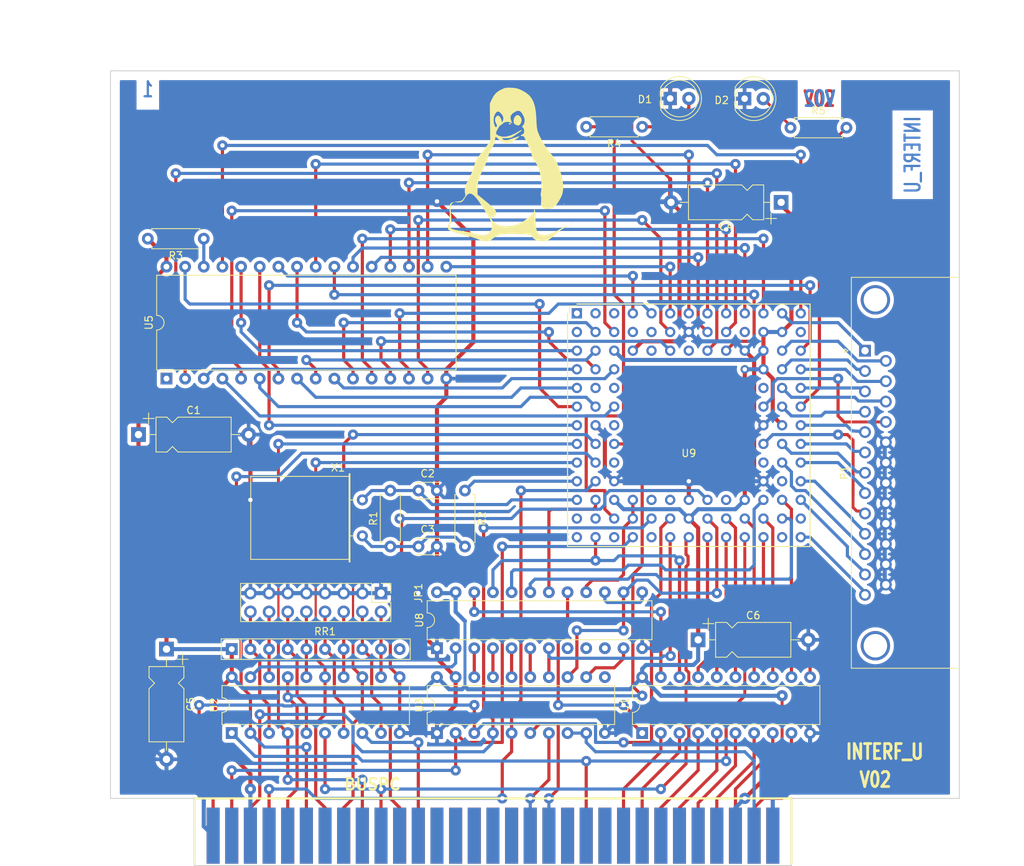
<source format=kicad_pcb>
(kicad_pcb (version 20221018) (generator pcbnew)
  (title_block (title "Demo") (rev "2.C") (company "Kicad"))
  (layers (0 "F.Cu" signal "top_copper") (31 "B.Cu" signal "bottom_copper") (34 "B.Paste" user) (35 "F.Paste" user) (36 "B.SilkS" user "B.Silkscreen") (37 "F.SilkS" user "F.Silkscreen") (38 "B.Mask" user) (39 "F.Mask" user) (44 "Edge.Cuts" user))
  (net 0 "")
  (net 1 "/8MH-OUT")
  (net 2 "/ACK")
  (net 3 "/AUTOFD-")
  (net 4 "/BIT0")
  (net 5 "/BIT1")
  (net 6 "/BIT2")
  (net 7 "/BIT3")
  (net 8 "/BIT4")
  (net 9 "/BIT5")
  (net 10 "/BIT6")
  (net 11 "/BIT7")
  (net 12 "/BUST+")
  (net 13 "/CLKLCA")
  (net 14 "/CS1-")
  (net 15 "/D0")
  (net 16 "/D1")
  (net 17 "/D2")
  (net 18 "/D3")
  (net 19 "/D4")
  (net 20 "/D5")
  (net 21 "/D6")
  (net 22 "/D7")
  (net 23 "/DIR")
  (net 24 "/DONE")
  (net 25 "/ENBBUF")
  (net 26 "/ERROR-")
  (net 27 "/INIT-")
  (net 28 "/LED1")
  (net 29 "/LED2")
  (net 30 "/MA0")
  (net 31 "/MA1")
  (net 32 "/MA10")
  (net 33 "/MA11")
  (net 34 "/MA12")
  (net 35 "/MA13")
  (net 36 "/MA14")
  (net 37 "/MA15")
  (net 38 "/MA16")
  (net 39 "/MA2")
  (net 40 "/MA3")
  (net 41 "/MA4")
  (net 42 "/MA5")
  (net 43 "/MA6")
  (net 44 "/MA7")
  (net 45 "/MA8")
  (net 46 "/MA9")
  (net 47 "/MATCHL")
  (net 48 "/MD0")
  (net 49 "/MD1")
  (net 50 "/MD2")
  (net 51 "/MD3")
  (net 52 "/MD4")
  (net 53 "/MD5")
  (net 54 "/MD6")
  (net 55 "/MD7")
  (net 56 "/OE-")
  (net 57 "/PC-A0")
  (net 58 "/PC-A1")
  (net 59 "/PC-A10")
  (net 60 "/PC-A11")
  (net 61 "/PC-A2")
  (net 62 "/PC-A3")
  (net 63 "/PC-A4")
  (net 64 "/PC-A5")
  (net 65 "/PC-A6")
  (net 66 "/PC-A7")
  (net 67 "/PC-A8")
  (net 68 "/PC-A9")
  (net 69 "/PC-AEN")
  (net 70 "/PC-DB0")
  (net 71 "/PC-DB1")
  (net 72 "/PC-DB2")
  (net 73 "/PC-DB3")
  (net 74 "/PC-DB4")
  (net 75 "/PC-DB5")
  (net 76 "/PC-DB6")
  (net 77 "/PC-DB7")
  (net 78 "/PC-IOR")
  (net 79 "/PC-IOW")
  (net 80 "/PC-RD")
  (net 81 "/PC-RST")
  (net 82 "/PC-WR")
  (net 83 "/PE+")
  (net 84 "/PROG-")
  (net 85 "/REF10")
  (net 86 "/REF11")
  (net 87 "/REF4")
  (net 88 "/REF5")
  (net 89 "/REF6")
  (net 90 "/REF7")
  (net 91 "/REF8")
  (net 92 "/REF9")
  (net 93 "/RSTL")
  (net 94 "/SEL_LPT")
  (net 95 "/SLCT+")
  (net 96 "/SLCTIN-")
  (net 97 "/STROBE")
  (net 98 "/WR-")
  (net 99 "/WR_REG")
  (net 100 "GND")
  (net 101 "VCC")
  (net 103 "Net-(C3-Pad1)")
  (net 137 "Net-(U9-P{slash}A3)")
  (net 138 "Net-(D1-A)")
  (net 139 "Net-(D2-A)")
  (net 140 "Net-(U5-CS2)")
  (net 143 "Net-(U3-Y3)")
  (net 144 "Net-(U3-Y2)")
  (net 145 "Net-(U3-Y1)")
  (net 146 "Net-(U3-Y0)")
  (footprint "Resistor_THT:R_Axial_DIN0207_L6.3mm_D2.5mm_P7.62mm_Horizontal" (layer "F.Cu") (at 171.958 42.037)
    (fp_text reference "R5")
    (fp_text value "330")
  )
  (footprint "Capacitor_THT:CP_Axial_L10.0mm_D4.5mm_P15.00mm_Horizontal" (layer "F.Cu") (at 159.385 111.76)
    (fp_text reference "C6")
    (fp_text value "47uF")
  )
  (footprint "Capacitor_THT:CP_Axial_L10.0mm_D4.5mm_P15.00mm_Horizontal" (layer "F.Cu") (at 86.995 113.03 -90)
    (fp_text reference "C5")
    (fp_text value "47uF")
  )
  (footprint "Capacitor_THT:CP_Axial_L10.0mm_D4.5mm_P15.00mm_Horizontal" (layer "F.Cu") (at 170.688 52.197 180)
    (fp_text reference "C4")
    (fp_text value "47uF")
  )
  (footprint "Capacitor_THT:CP_Axial_L10.0mm_D4.5mm_P15.00mm_Horizontal" (layer "F.Cu") (at 83.185 83.82)
    (fp_text reference "C1")
    (fp_text value "47uF")
  )
  (footprint "Capacitor_THT:C_Disc_D3.0mm_W2.0mm_P2.50mm" (layer "F.Cu") (at 121.305 91.44)
    (fp_text reference "C2")
    (fp_text value "47pF")
  )
  (footprint "Capacitor_THT:C_Disc_D3.0mm_W2.0mm_P2.50mm" (layer "F.Cu") (at 121.305 99.06)
    (fp_text reference "C3")
    (fp_text value "47pF")
  )
  (footprint "Connector_PinHeader_2.54mm:PinHeader_2x08_P2.54mm_Vertical" (layer "F.Cu") (at 116.205 105.41 -90)
    (fp_text reference "JP1")
    (fp_text value "CONN_8X2" hide)
  )
  (footprint "Package_DIP:DIP-20_W7.62mm" (layer "F.Cu") (at 151.765 124.46 90)
    (fp_text reference "U1")
    (fp_text value "74LS245")
  )
  (footprint "Package_DIP:DIP-20_W7.62mm" (layer "F.Cu") (at 95.885 124.46 90)
    (fp_text reference "U2")
    (fp_text value "74LS688")
  )
  (footprint "Package_DIP:DIP-20_W7.62mm" (layer "F.Cu") (at 123.825 124.46 90)
    (fp_text reference "U3")
    (fp_text value "74LS541")
  )
  (footprint "Package_DIP:DIP-32_W15.24mm" (layer "F.Cu") (at 86.995 76.2 90)
    (fp_text reference "U5")
    (fp_text value "628128")
  )
  (footprint "Package_DIP:DIP-24_W7.62mm" (layer "F.Cu") (at 123.825 112.903 90)
    (fp_text reference "U8")
    (fp_text value "EP600")
  )
  (footprint "Crystal:Crystal_HC18-U_Horizontal" (layer "F.Cu") (at 113.665 92.71 -90)
    (fp_text reference "X1")
    (fp_text value "8MHz")
  )
  (footprint "Resistor_THT:R_Axial_DIN0207_L6.3mm_D2.5mm_P7.62mm_Horizontal" (layer "F.Cu") (at 151.765 41.91 180)
    (fp_text reference "R4")
    (fp_text value "330")
  )
  (footprint "LED_THT:LED_D5.0mm" (layer "F.Cu") (at 155.58 38.06)
    (fp_text reference "D1")
    (fp_text value "LED")
  )
  (footprint "LED_THT:LED_D5.0mm" (layer "F.Cu") (at 165.71 38.08)
    (fp_text reference "D2")
    (fp_text value "LED")
  )
  (footprint "Connector_Dsub:DSUB-25_Female_Horizontal_P2.77x2.84mm_EdgePinOffset9.90mm_Housed_MountingHolesOffset11.32mm" (layer "F.Cu") (at 182.1 72.4 90)
    (fp_text reference "P1")
    (fp_text value "DB25FEMELLE")
  )
  (footprint "Resistor_THT:R_Array_SIP10" (layer "F.Cu") (at 95.885 113.03)
    (fp_text reference "RR1")
    (fp_text value "9x1K")
  )
  (footprint "interf_u:PGA120" (layer "F.Cu") (at 158.115 82.55 180)
    (fp_text reference "U9")
    (fp_text value "4003APG120")
  )
  (footprint "interf_u:BUS_PC" (layer "F.Cu") (at 131.445 138.43)
    (fp_text reference "BUS1" hide)
    (fp_text value "BUSPC")
  )
  (footprint "Resistor_THT:R_Axial_DIN0207_L6.3mm_D2.5mm_P7.62mm_Horizontal" (layer "F.Cu") (at 92.075 57.15 180)
    (fp_text reference "R3")
    (fp_text value "10K")
  )
  (footprint "Resistor_THT:R_Axial_DIN0207_L6.3mm_D2.5mm_P7.62mm_Horizontal" (layer "F.Cu") (at 127.635 91.44 -90)
    (fp_text reference "R2")
    (fp_text value "1K")
  )
  (footprint "Resistor_THT:R_Axial_DIN0207_L6.3mm_D2.5mm_P7.62mm_Horizontal" (layer "F.Cu") (at 117.475 99.06 90)
    (fp_text reference "R1")
    (fp_text value "100K")
  )
  (footprint "interf_u:tux" (layer "F.Cu") (at 134 47)
    (fp_text reference "G1" hide)
    (fp_text value "LOGO" hide)
  )
  (gr_line (start 172.085 133.35) (end 194.945 133.35) (stroke (width 0.127)) (layer "Edge.Cuts"))
  (gr_line (start 90.805 140.97) (end 90.805 142.494) (stroke (width 0.127)) (layer "Edge.Cuts"))
  (gr_line (start 79.375 133.35) (end 79.375 34.29) (stroke (width 0.127)) (layer "Edge.Cuts"))
  (gr_line (start 79.375 34.29) (end 194.945 34.29) (stroke (width 0.127)) (layer "Edge.Cuts"))
  (gr_line (start 194.945 133.35) (end 194.945 34.29) (stroke (width 0.127)) (layer "Edge.Cuts"))
  (gr_line (start 90.805 142.494) (end 172.085 142.494) (stroke (width 0.127)) (layer "Edge.Cuts"))
  (gr_line (start 90.805 133.35) (end 90.805 140.97) (stroke (width 0.127)) (layer "Edge.Cuts"))
  (gr_line (start 172.085 142.494) (end 172.085 133.35) (stroke (width 0.127)) (layer "Edge.Cuts"))
  (gr_line (start 90.805 133.35) (end 79.375 133.35) (stroke (width 0.127)) (layer "Edge.Cuts"))
  (gr_text "2" (at 81.915 39.37) (layer "F.Cu") (effects (font (size 2.032 1.524) (thickness 0.3048))))
  (gr_text "V02" (at 175.895 38.1) (layer "F.Cu") (effects (font (size 2.032 1.524) (thickness 0.381))))
  (gr_text "INTERF_U" (at 183.515 45.72 90) (layer "F.Cu") (effects (font (size 2.032 1.524) (thickness 0.3048))))
  (gr_text "V02" (at 175.895 38.1) (layer "B.Cu") (effects (font (size 2.032 1.524) (thickness 0.381)) (justify mirror)))
  (gr_text "1" (at 84.455 36.83) (layer "B.Cu") (effects (font (size 2.032 1.524) (thickness 0.3048)) (justify mirror)))
  (gr_text "INTERF_U" (at 188.595 45.72 90) (layer "B.Cu") (effects (font (size 2.032 1.524) (thickness 0.3048)) (justify mirror)))
  (gr_text "INTERF_U" (at 184.785 127) (layer "F.SilkS") (effects (font (size 2.032 1.524) (thickness 0.381))))
  (gr_text "V02" (at 183.515 130.81) (layer "F.SilkS") (effects (font (size 2.032 1.524) (thickness 0.381))))
  (segment (start 128.905 90.17) (end 142.875 90.17) (width 0.4318) (layer "B.Cu") (net 1))
  (segment (start 127.635 91.44) (end 128.905 90.17) (width 0.4318) (layer "B.Cu") (net 1))
  (segment (start 182.245 97.282) (end 180.34 95.377) (width 0.4318) (layer "B.Cu") (net 2))
  (segment (start 180.34 95.25) (end 180.34 95.377) (width 0.4318) (layer "B.Cu") (net 2))
  (segment (start 173.355 90.17) (end 175.26 90.17) (width 0.4318) (layer "B.Cu") (net 2))
  (segment (start 180.34 95.25) (end 175.26 90.17) (width 0.4318) (layer "B.Cu") (net 2))
  (segment (start 181.102 73.787) (end 184.785 73.787) (width 0.4318) (layer "B.Cu") (net 3))
  (segment (start 172.085 71.12) (end 178.435 71.12) (width 0.4318) (layer "B.Cu") (net 3))
  (segment (start 178.435 71.12) (end 181.102 73.787) (width 0.4318) (layer "B.Cu") (net 3))
  (segment (start 170.815 72.39) (end 172.085 71.12) (width 0.4318) (layer "B.Cu") (net 3))
  (segment (start 182.245 74.93) (end 182.245 75.184) (width 0.4318) (layer "B.Cu") (net 4))
  (segment (start 170.815 74.93) (end 172.085 73.66) (width 0.4318) (layer "B.Cu") (net 4))
  (segment (start 180.975 74.93) (end 182.245 74.93) (width 0.4318) (layer "B.Cu") (net 4))
  (segment (start 172.085 73.66) (end 179.705 73.66) (width 0.4318) (layer "B.Cu") (net 4))
  (segment (start 179.705 73.66) (end 180.975 74.93) (width 0.4318) (layer "B.Cu") (net 4))
  (segment (start 182.245 77.47) (end 182.245 77.851) (width 0.4318) (layer "B.Cu") (net 5))
  (segment (start 173.355 77.47) (end 182.245 77.47) (width 0.4318) (layer "B.Cu") (net 5))
  (segment (start 176.657 80.772) (end 182.245 80.772) (width 0.4318) (layer "B.Cu") (net 6))
  (segment (start 176.149 81.28) (end 176.657 80.772) (width 0.4318) (layer "B.Cu") (net 6))
  (segment (start 172.085 81.28) (end 176.149 81.28) (width 0.4318) (layer "B.Cu") (net 6))
  (segment (start 170.815 80.01) (end 172.085 81.28) (width 0.4318) (layer "B.Cu") (net 6))
  (segment (start 173.355 82.55) (end 179.578 82.55) (width 0.4318) (layer "B.Cu") (net 7))
  (segment (start 179.578 82.55) (end 180.34 83.312) (width 0.4318) (layer "B.Cu") (net 7))
  (segment (start 180.34 83.312) (end 182.245 83.439) (width 0.4318) (layer "B.Cu") (net 7))
  (segment (start 182.245 86.106) (end 182.245 86.233) (width 0.4318) (layer "B.Cu") (net 8))
  (segment (start 173.355 85.09) (end 179.578 85.09) (width 0.4318) (layer "B.Cu") (net 8))
  (segment (start 179.578 85.09) (end 180.594 86.106) (width 0.4318) (layer "B.Cu") (net 8))
  (segment (start 180.594 86.106) (end 182.245 86.106) (width 0.4318) (layer "B.Cu") (net 8))
  (segment (start 178.435 86.36) (end 180.975 88.9) (width 0.4318) (layer "B.Cu") (net 9))
  (segment (start 172.085 86.36) (end 178.435 86.36) (width 0.4318) (layer "B.Cu") (net 9))
  (segment (start 180.975 88.9) (end 182.245 88.9) (width 0.4318) (layer "B.Cu") (net 9))
  (segment (start 170.815 85.09) (end 172.085 86.36) (width 0.4318) (layer "B.Cu") (net 9))
  (segment (start 178.435 87.63) (end 182.245 91.44) (width 0.4318) (layer "B.Cu") (net 10))
  (segment (start 173.355 87.63) (end 178.435 87.63) (width 0.4318) (layer "B.Cu") (net 10))
  (segment (start 182.245 91.44) (end 182.245 91.694) (width 0.4318) (layer "B.Cu") (net 10))
  (segment (start 180.975 94.234) (end 181.774 94.234) (width 0.4) (layer "F.Cu") (net 11))
  (segment (start 179.705 83.82) (end 180.467 84.582) (width 0.4318) (layer "F.Cu") (net 11))
  (segment (start 180.467 84.582) (end 180.467 92.202) (width 0.4318) (layer "F.Cu") (net 11))
  (segment (start 181.774 94.234) (end 182.1 94.56) (width 0.4) (layer "F.Cu") (net 11))
  (segment (start 180.467 93.726) (end 180.975 94.234) (width 0.4) (layer "F.Cu") (net 11))
  (segment (start 180.467 92.202) (end 180.467 93.726) (width 0.4) (layer "F.Cu") (net 11))
  (segment (start 178.435 83.82) (end 179.705 83.82) (width 0.4318) (layer "F.Cu") (net 11))
  (via (at 178.435 83.82) (size 1.397) (drill 0.6) (layers "F.Cu" "B.Cu") (net 11))
  (segment (start 168.275 85.09) (end 169.545 83.82) (width 0.4318) (layer "B.Cu") (net 11))
  (segment (start 169.545 83.82) (end 178.435 83.82) (width 0.4318) (layer "B.Cu") (net 11))
  (segment (start 172.085 90.805) (end 172.72 91.44) (width 0.4318) (layer "B.Cu") (net 12))
  (segment (start 170.815 87.63) (end 172.085 88.9) (width 0.4318) (layer "B.Cu") (net 12))
  (segment (start 172.72 91.44) (end 173.99 91.44) (width 0.4318) (layer "B.Cu") (net 12))
  (segment (start 173.99 91.44) (end 182.245 99.695) (width 0.4318) (layer "B.Cu") (net 12))
  (segment (start 172.085 88.9) (end 172.085 90.805) (width 0.4318) (layer "B.Cu") (net 12))
  (segment (start 182.245 99.695) (end 182.245 99.949) (width 0.4318) (layer "B.Cu") (net 12))
  (segment (start 144.9705 103.632) (end 144.145 104.4575) (width 0.4318) (layer "F.Cu") (net 13))
  (segment (start 144.145 104.4575) (end 144.145 105.41) (width 0.4318) (layer "F.Cu") (net 13))
  (segment (start 150.495 92.71) (end 150.495 95.25) (width 0.4318) (layer "F.Cu") (net 13))
  (segment (start 150.495 95.25) (end 149.225 96.52) (width 0.4318) (layer "F.Cu") (net 13))
  (segment (start 149.225 96.52) (end 149.225 102.87) (width 0.4318) (layer "F.Cu") (net 13))
  (segment (start 149.225 102.87) (end 148.463 103.632) (width 0.4318) (layer "F.Cu") (net 13))
  (segment (start 148.463 103.632) (end 144.9705 103.632) (width 0.4318) (layer "F.Cu") (net 13))
  (segment (start 165.735 67.31) (end 165.735 58.42) (width 0.4318) (layer "F.Cu") (net 14))
  (via (at 165.735 58.42) (size 1.397) (drill 0.6) (layers "F.Cu" "B.Cu") (net 14))
  (segment (start 113.665 58.42) (end 112.395 59.69) (width 0.4318) (layer "B.Cu") (net 14))
  (segment (start 112.395 59.69) (end 112.395 60.96) (width 0.4318) (layer "B.Cu") (net 14))
  (segment (start 165.735 58.42) (end 113.665 58.42) (width 0.4318) (layer "B.Cu") (net 14))
  (segment (start 145.415 100.965) (end 145.415 97.79) (width 0.4318) (layer "F.Cu") (net 15))
  (segment (start 156.845 100.965) (end 156.845 116.84) (width 0.4318) (layer "F.Cu") (net 15))
  (via (at 156.845 100.965) (size 1.397) (drill 0.6) (layers "F.Cu" "B.Cu") (net 15))
  (via (at 145.415 100.965) (size 1.397) (drill 0.6) (layers "F.Cu" "B.Cu") (net 15))
  (segment (start 148.59 100.33) (end 156.21 100.33) (width 0.4318) (layer "B.Cu") (net 15))
  (segment (start 131.445 105.41) (end 131.445 102.235) (width 0.4318) (layer "B.Cu") (net 15))
  (segment (start 145.415 100.965) (end 147.955 100.965) (width 0.4318) (layer "B.Cu") (net 15))
  (segment (start 132.715 100.965) (end 145.415 100.965) (width 0.4318) (layer "B.Cu") (net 15))
  (segment (start 156.21 100.33) (end 156.845 100.965) (width 0.4318) (layer "B.Cu") (net 15))
  (segment (start 147.955 100.965) (end 148.59 100.33) (width 0.4318) (layer "B.Cu") (net 15))
  (segment (start 131.445 102.235) (end 132.715 100.965) (width 0.4318) (layer "B.Cu") (net 15))
  (segment (start 159.385 116.84) (end 159.385 115.57) (width 0.4318) (layer "F.Cu") (net 16))
  (segment (start 161.29 107.315) (end 160.655 106.68) (width 0.4318) (layer "F.Cu") (net 16))
  (segment (start 161.29 113.665) (end 161.29 107.315) (width 0.4318) (layer "F.Cu") (net 16))
  (segment (start 160.655 106.68) (end 160.655 97.79) (width 0.4318) (layer "F.Cu") (net 16))
  (segment (start 159.385 115.57) (end 161.29 113.665) (width 0.4318) (layer "F.Cu") (net 16))
  (segment (start 163.195 97.79) (end 163.195 114.3) (width 0.4318) (layer "F.Cu") (net 17))
  (segment (start 161.925 115.57) (end 161.925 116.84) (width 0.4318) (layer "F.Cu") (net 17))
  (segment (start 163.195 114.3) (end 161.925 115.57) (width 0.4318) (layer "F.Cu") (net 17))
  (segment (start 164.465 96.52) (end 164.465 116.84) (width 0.4318) (layer "F.Cu") (net 18))
  (segment (start 163.195 95.25) (end 164.465 96.52) (width 0.4318) (layer "F.Cu") (net 18))
  (segment (start 165.735 95.25) (end 167.005 96.52) (width 0.4318) (layer "F.Cu") (net 19))
  (segment (start 167.005 96.52) (end 167.005 116.84) (width 0.4318) (layer "F.Cu") (net 19))
  (segment (start 169.545 113.665) (end 169.545 116.84) (width 0.4318) (layer "F.Cu") (net 20))
  (segment (start 168.275 97.79) (end 168.275 112.395) (width 0.4318) (layer "F.Cu") (net 20))
  (segment (start 168.275 112.395) (end 169.545 113.665) (width 0.4318) (layer "F.Cu") (net 20))
  (segment (start 168.275 95.25) (end 169.545 96.52) (width 0.4318) (layer "F.Cu") (net 21))
  (segment (start 169.545 96.52) (end 169.545 111.76) (width 0.4318) (layer "F.Cu") (net 21))
  (segment (start 172.085 114.3) (end 172.085 116.84) (width 0.4318) (layer "F.Cu") (net 21))
  (segment (start 169.545 111.76) (end 172.085 114.3) (width 0.4318) (layer "F.Cu") (net 21))
  (segment (start 170.815 92.71) (end 172.085 93.98) (width 0.4318) (layer "F.Cu") (net 22))
  (segment (start 172.085 93.98) (end 172.085 112.395) (width 0.4318) (layer "F.Cu") (net 22))
  (segment (start 172.085 112.395) (end 174.625 114.935) (width 0.4318) (layer "F.Cu") (net 22))
  (segment (start 174.625 114.935) (end 174.625 116.84) (width 0.4318) (layer "F.Cu") (net 22))
  (segment (start 150.495 123.19) (end 151.765 124.46) (width 0.4318) (layer "F.Cu") (net 23))
  (segment (start 141.605 109.22) (end 140.335 110.49) (width 0.4318) (layer "F.Cu") (net 23))
  (segment (start 140.335 110.49) (end 140.335 120.65) (width 0.4318) (layer "F.Cu") (net 23))
  (segment (start 149.225 120.65) (end 150.495 121.92) (width 0.4318) (layer "F.Cu") (net 23))
  (segment (start 150.495 121.92) (end 150.495 123.19) (width 0.4318) (layer "F.Cu") (net 23))
  (segment (start 141.605 105.41) (end 141.605 109.22) (width 0.4318) (layer "F.Cu") (net 23))
  (via (at 140.335 120.65) (size 1.397) (drill 0.6) (layers "F.Cu" "B.Cu") (net 23))
  (via (at 149.225 120.65) (size 1.397) (drill 0.6) (layers "F.Cu" "B.Cu") (net 23))
  (segment (start 140.335 120.65) (end 149.225 120.65) (width 0.4318) (layer "B.Cu") (net 23))
  (segment (start 134.3025 102.235) (end 149.225 102.235) (width 0.4318) (layer "B.Cu") (net 24))
  (segment (start 154.305 101.6) (end 154.94 102.235) (width 0.4318) (layer "B.Cu") (net 24))
  (segment (start 166.37 102.235) (end 167.005 101.6) (width 0.4318) (layer "B.Cu") (net 24))
  (segment (start 154.94 102.235) (end 166.37 102.235) (width 0.4318) (layer "B.Cu") (net 24))
  (segment (start 133.985 105.41) (end 133.985 102.5525) (width 0.4318) (layer "B.Cu") (net 24))
  (segment (start 149.225 102.235) (end 149.86 101.6) (width 0.4318) (layer "B.Cu") (net 24))
  (segment (start 149.86 101.6) (end 154.305 101.6) (width 0.4318) (layer "B.Cu") (net 24))
  (segment (start 167.005 101.6) (end 167.005 93.98) (width 0.4318) (layer "B.Cu") (net 24))
  (segment (start 133.985 102.5525) (end 134.3025 102.235) (width 0.4318) (layer "B.Cu") (net 24))
  (segment (start 167.005 93.98) (end 168.275 92.71) (width 0.4318) (layer "B.Cu") (net 24))
  (segment (start 128.905 105.41) (end 128.905 107.95) (width 0.4318) (layer "F.Cu") (net 25))
  (segment (start 154.305 107.95) (end 154.305 116.84) (width 0.4318) (layer "F.Cu") (net 25))
  (via (at 128.905 107.95) (size 1.397) (drill 0.6) (layers "F.Cu" "B.Cu") (net 25))
  (via (at 154.305 107.95) (size 1.397) (drill 0.6) (layers "F.Cu" "B.Cu") (net 25))
  (segment (start 128.905 107.95) (end 154.305 107.95) (width 0.4318) (layer "B.Cu") (net 25))
  (segment (start 179.451 74.93) (end 181.102 76.581) (width 0.4318) (layer "B.Cu") (net 26))
  (segment (start 181.102 76.581) (end 184.785 76.581) (width 0.4318) (layer "B.Cu") (net 26))
  (segment (start 173.355 74.93) (end 179.451 74.93) (width 0.4318) (layer "B.Cu") (net 26))
  (segment (start 184.785 79.248) (end 184.785 79.2988) (width 0.4318) (layer "B.Cu") (net 27))
  (segment (start 181.229 79.248) (end 184.785 79.248) (width 0.4318) (layer "B.Cu") (net 27))
  (segment (start 180.721 78.74) (end 181.229 79.248) (width 0.4318) (layer "B.Cu") (net 27))
  (segment (start 172.085 78.74) (end 180.721 78.74) (width 0.4318) (layer "B.Cu") (net 27))
  (segment (start 170.815 77.47) (end 172.085 78.74) (width 0.4318) (layer "B.Cu") (net 27))
  (segment (start 146.685 91.44) (end 144.145 91.44) (width 0.4318) (layer "F.Cu") (net 28))
  (segment (start 147.955 64.77) (end 147.955 43.561) (width 0.4318) (layer "F.Cu") (net 28))
  (segment (start 149.225 81.28) (end 149.225 66.04) (width 0.4318) (layer "F.Cu") (net 28))
  (segment (start 146.304 41.91) (end 144.145 41.91) (width 0.4318) (layer "F.Cu") (net 28))
  (segment (start 149.225 66.04) (end 147.955 64.77) (width 0.4318) (layer "F.Cu") (net 28))
  (segment (start 144.145 91.44) (end 144.145 81.28) (width 0.4318) (layer "F.Cu") (net 28))
  (segment (start 147.955 43.561) (end 146.304 41.91) (width 0.4318) (layer "F.Cu") (net 28))
  (segment (start 146.685 93.98) (end 146.685 91.44) (width 0.4318) (layer "F.Cu") (net 28))
  (segment (start 147.955 95.25) (end 146.685 93.98) (width 0.4318) (layer "F.Cu") (net 28))
  (segment (start 144.145 81.28) (end 149.225 81.28) (width 0.4318) (layer "F.Cu") (net 28))
  (segment (start 175.895 45.72) (end 175.895 46.736) (width 0.381) (layer "F.Cu") (net 29))
  (segment (start 179.578 42.037) (end 175.895 45.72) (width 0.381) (layer "F.Cu") (net 29))
  (segment (start 175.895 77.47) (end 175.895 46.736) (width 0.4318) (layer "F.Cu") (net 29))
  (segment (start 173.355 80.01) (end 175.895 77.47) (width 0.4318) (layer "F.Cu") (net 29))
  (segment (start 113.665 57.15) (end 113.665 73.66) (width 0.4318) (layer "F.Cu") (net 30))
  (segment (start 114.935 74.93) (end 113.665 73.66) (width 0.4318) (layer "F.Cu") (net 30))
  (segment (start 114.935 76.2) (end 114.935 74.93) (width 0.4318) (layer "F.Cu") (net 30))
  (segment (start 168.275 67.31) (end 168.275 57.15) (width 0.4318) (layer "F.Cu") (net 30))
  (via (at 113.665 57.15) (size 1.397) (drill 0.6) (layers "F.Cu" "B.Cu") (net 30))
  (via (at 168.275 57.15) (size 1.397) (drill 0.6) (layers "F.Cu" "B.Cu") (net 30))
  (segment (start 168.275 57.15) (end 113.665 57.15) (width 0.4318) (layer "B.Cu") (net 30))
  (segment (start 111.125 73.66) (end 111.125 68.58) (width 0.4318) (layer "F.Cu") (net 31))
  (segment (start 112.395 76.2) (end 112.395 74.93) (width 0.4318) (layer "F.Cu") (net 31))
  (segment (start 112.395 74.93) (end 111.125 73.66) (width 0.4318) (layer "F.Cu") (net 31))
  (via (at 111.125 68.58) (size 1.397) (drill 0.6) (layers "F.Cu" "B.Cu") (net 31))
  (segment (start 144.145 68.58) (end 111.125 68.58) (width 0.4318) (layer "B.Cu") (net 31))
  (segment (start 145.415 69.85) (end 144.145 68.58) (width 0.4318) (layer "B.Cu") (net 31))
  (segment (start 163.195 72.39) (end 164.465 71.12) (width 0.4318) (layer "F.Cu") (net 32))
  (segment (start 164.465 71.12) (end 167.005 71.12) (width 0.4318) (layer "F.Cu") (net 32))
  (segment (start 109.855 64.77) (end 109.855 60.96) (width 0.4318) (layer "F.Cu") (net 32))
  (segment (start 167.005 71.12) (end 167.005 64.77) (width 0.4318) (layer "F.Cu") (net 32))
  (via (at 109.855 64.77) (size 1.397) (drill 0.6) (layers "F.Cu" "B.Cu") (net 32))
  (via (at 167.005 64.77) (size 1.397) (drill 0.6) (layers "F.Cu" "B.Cu") (net 32))
  (segment (start 167.005 64.77) (end 109.855 64.77) (width 0.4318) (layer "B.Cu") (net 32))
  (segment (start 145.415 74.93) (end 144.145 73.66) (width 0.4318) (layer "F.Cu") (net 33))
  (segment (start 139.065 71.12) (end 139.065 69.85) (width 0.4318) (layer "F.Cu") (net 33))
  (segment (start 104.775 68.58) (end 104.775 60.96) (width 0.4318) (layer "F.Cu") (net 33))
  (segment (start 141.605 73.66) (end 139.065 71.12) (width 0.4318) (layer "F.Cu") (net 33))
  (segment (start 144.145 73.66) (end 141.605 73.66) (width 0.4318) (layer "F.Cu") (net 33))
  (via (at 104.775 68.58) (size 1.397) (drill 0.6) (layers "F.Cu" "B.Cu") (net 33))
  (via (at 139.065 69.85) (size 1.397) (drill 0.6) (layers "F.Cu" "B.Cu") (net 33))
  (segment (start 106.045 69.85) (end 104.775 68.58) (width 0.4318) (layer "B.Cu") (net 33))
  (segment (start 139.065 69.85) (end 106.045 69.85) (width 0.4318) (layer "B.Cu") (net 33))
  (segment (start 99.695 81.28) (end 94.615 76.2) (width 0.4318) (layer "B.Cu") (net 34))
  (segment (start 146.685 81.28) (end 99.695 81.28) (width 0.4318) (layer "B.Cu") (net 34))
  (segment (start 147.955 80.01) (end 146.685 81.28) (width 0.4318) (layer "B.Cu") (net 34))
  (segment (start 97.155 68.58) (end 97.155 60.96) (width 0.4318) (layer "F.Cu") (net 35))
  (via (at 97.155 68.58) (size 1.397) (drill 0.6) (layers "F.Cu" "B.Cu") (net 35))
  (segment (start 97.155 69.85) (end 97.155 68.58) (width 0.4318) (layer "B.Cu") (net 35))
  (segment (start 99.695 72.39) (end 97.155 69.85) (width 0.4318) (layer "B.Cu") (net 35))
  (segment (start 142.875 72.39) (end 99.695 72.39) (width 0.4318) (layer "B.Cu") (net 35))
  (segment (start 142.875 74.93) (end 93.345 74.93) (width 0.4318) (layer "B.Cu") (net 36))
  (segment (start 93.345 74.93) (end 92.075 76.2) (width 0.4318) (layer "B.Cu") (net 36))
  (segment (start 140.335 80.01) (end 142.875 80.01) (width 0.4318) (layer "F.Cu") (net 37))
  (segment (start 137.795 66.04) (end 137.795 77.47) (width 0.4318) (layer "F.Cu") (net 37))
  (segment (start 137.795 77.47) (end 140.335 80.01) (width 0.4318) (layer "F.Cu") (net 37))
  (via (at 137.795 66.04) (size 1.397) (drill 0.6) (layers "F.Cu" "B.Cu") (net 37))
  (segment (start 89.535 60.96) (end 89.535 65.405) (width 0.4318) (layer "B.Cu") (net 37))
  (segment (start 137.795 66.04) (end 90.17 66.04) (width 0.4318) (layer "B.Cu") (net 37))
  (segment (start 90.17 66.04) (end 89.535 65.405) (width 0.4318) (layer "B.Cu") (net 37))
  (segment (start 88.265 73.66) (end 89.535 74.93) (width 0.4318) (layer "F.Cu") (net 38))
  (segment (start 161.925 71.12) (end 160.655 72.39) (width 0.4318) (layer "F.Cu") (net 38))
  (segment (start 161.925 48.26) (end 161.925 71.12) (width 0.4318) (layer "F.Cu") (net 38))
  (segment (start 89.535 74.93) (end 89.535 76.2) (width 0.4318) (layer "F.Cu") (net 38))
  (segment (start 88.265 48.26) (end 88.265 73.66) (width 0.4318) (layer "F.Cu") (net 38))
  (via (at 161.925 48.26) (size 1.397) (drill 0.6) (layers "F.Cu" "B.Cu") (net 38))
  (via (at 88.265 48.26) (size 1.397) (drill 0.6) (layers "F.Cu" "B.Cu") (net 38))
  (segment (start 161.925 48.26) (end 88.265 48.26) (width 0.4318) (layer "B.Cu") (net 38))
  (segment (start 111.125 77.47) (end 109.855 76.2) (width 0.4318) (layer "B.Cu") (net 39))
  (segment (start 132.715 77.47) (end 111.125 77.47) (width 0.4318) (layer "B.Cu") (net 39))
  (segment (start 146.685 76.2) (end 133.985 76.2) (width 0.4318) (layer "B.Cu") (net 39))
  (segment (start 147.955 74.93) (end 146.685 76.2) (width 0.4318) (layer "B.Cu") (net 39))
  (segment (start 133.985 76.2) (end 132.715 77.47) (width 0.4318) (layer "B.Cu") (net 39))
  (segment (start 107.315 76.2) (end 107.315 74.93) (width 0.4318) (layer "F.Cu") (net 40))
  (segment (start 107.315 74.93) (end 106.045 73.66) (width 0.4318) (layer "F.Cu") (net 40))
  (via (at 106.045 73.66) (size 1.397) (drill 0.6) (layers "F.Cu" "B.Cu") (net 40))
  (segment (start 144.145 73.66) (end 106.045 73.66) (width 0.4318) (layer "B.Cu") (net 40))
  (segment (start 145.415 72.39) (end 144.145 73.66) (width 0.4318) (layer "B.Cu") (net 40))
  (segment (start 142.875 77.47) (end 135.255 77.47) (width 0.4318) (layer "B.Cu") (net 41))
  (segment (start 133.985 78.74) (end 107.315 78.74) (width 0.4318) (layer "B.Cu") (net 41))
  (segment (start 107.315 78.74) (end 104.775 76.2) (width 0.4318) (layer "B.Cu") (net 41))
  (segment (start 135.255 77.47) (end 133.985 78.74) (width 0.4318) (layer "B.Cu") (net 41))
  (segment (start 102.235 76.2) (end 102.235 74.93) (width 0.4318) (layer "F.Cu") (net 42))
  (segment (start 100.965 73.66) (end 100.965 63.5) (width 0.4318) (layer "F.Cu") (net 42))
  (segment (start 174.625 71.12) (end 173.355 72.39) (width 0.4318) (layer "F.Cu") (net 42))
  (segment (start 174.625 63.5) (end 174.625 71.12) (width 0.4318) (layer "F.Cu") (net 42))
  (segment (start 102.235 74.93) (end 100.965 73.66) (width 0.4318) (layer "F.Cu") (net 42))
  (via (at 174.625 63.5) (size 1.397) (drill 0.6) (layers "F.Cu" "B.Cu") (net 42))
  (via (at 100.965 63.5) (size 1.397) (drill 0.6) (layers "F.Cu" "B.Cu") (net 42))
  (segment (start 100.965 63.5) (end 174.625 63.5) (width 0.4318) (layer "B.Cu") (net 42))
  (segment (start 136.525 78.74) (end 135.255 80.01) (width 0.4318) (layer "B.Cu") (net 43))
  (segment (start 99.695 77.47) (end 99.695 76.2) (width 0.4318) (layer "B.Cu") (net 43))
  (segment (start 145.415 80.01) (end 144.145 78.74) (width 0.4318) (layer "B.Cu") (net 43))
  (segment (start 144.145 78.74) (end 136.525 78.74) (width 0.4318) (layer "B.Cu") (net 43))
  (segment (start 135.255 80.01) (end 102.235 80.01) (width 0.4318) (layer "B.Cu") (net 43))
  (segment (start 102.235 80.01) (end 99.695 77.47) (width 0.4318) (layer "B.Cu") (net 43))
  (segment (start 97.155 74.93) (end 95.885 73.66) (width 0.4318) (layer "F.Cu") (net 44))
  (segment (start 95.885 53.34) (end 95.885 73.66) (width 0.4318) (layer "F.Cu") (net 44))
  (segment (start 97.155 76.2) (end 97.155 74.93) (width 0.4318) (layer "F.Cu") (net 44))
  (segment (start 146.685 68.58) (end 146.685 53.34) (width 0.4318) (layer "F.Cu") (net 44))
  (segment (start 147.955 69.85) (end 146.685 68.58) (width 0.4318) (layer "F.Cu") (net 44))
  (via (at 95.885 53.34) (size 1.397) (drill 0.6) (layers "F.Cu" "B.Cu") (net 44))
  (via (at 146.685 53.34) (size 1.397) (drill 0.6) (layers "F.Cu" "B.Cu") (net 44))
  (segment (start 146.685 53.34) (end 95.885 53.34) (width 0.4318) (layer "B.Cu") (net 44))
  (segment (start 100.965 82.55) (end 100.965 74.93) (width 0.4318) (layer "F.Cu") (net 45))
  (segment (start 100.965 74.93) (end 99.695 73.66) (width 0.4318) (layer "F.Cu") (net 45))
  (segment (start 99.695 73.66) (end 99.695 60.96) (width 0.4318) (layer "F.Cu") (net 45))
  (via (at 100.965 82.55) (size 1.397) (drill 0.6) (layers "F.Cu" "B.Cu") (net 45))
  (segment (start 142.875 82.55) (end 100.965 82.55) (width 0.4318) (layer "B.Cu") (net 45))
  (segment (start 150.495 67.31) (end 150.495 62.23) (width 0.4318) (layer "F.Cu") (net 46))
  (via (at 150.495 62.23) (size 1.397) (drill 0.6) (layers "F.Cu" "B.Cu") (net 46))
  (segment (start 103.505 62.23) (end 102.235 60.96) (width 0.4318) (layer "B.Cu") (net 46))
  (segment (start 150.495 62.23) (end 103.505 62.23) (width 0.4318) (layer "B.Cu") (net 46))
  (segment (start 98.425 116.84) (end 99.822 115.443) (width 0.4318) (layer "B.Cu") (net 47))
  (segment (start 126.365 114.935) (end 126.365 113.03) (width 0.4318) (layer "B.Cu") (net 47))
  (segment (start 99.822 115.443) (end 125.857 115.443) (width 0.4318) (layer "B.Cu") (net 47))
  (segment (start 125.857 115.443) (end 126.365 114.935) (width 0.4318) (layer "B.Cu") (net 47))
  (segment (start 116.205 73.66) (end 116.205 71.12) (width 0.4318) (layer "F.Cu") (net 48))
  (segment (start 117.475 76.2) (end 117.475 74.93) (width 0.4318) (layer "F.Cu") (net 48))
  (segment (start 117.475 74.93) (end 116.205 73.66) (width 0.4318) (layer "F.Cu") (net 48))
  (via (at 116.205 71.12) (size 1.397) (drill 0.6) (layers "F.Cu" "B.Cu") (net 48))
  (segment (start 154.305 71.12) (end 116.205 71.12) (width 0.4318) (layer "B.Cu") (net 48))
  (segment (start 155.575 72.39) (end 154.305 71.12) (width 0.4318) (layer "B.Cu") (net 48))
  (segment (start 120.015 74.93) (end 118.745 73.66) (width 0.4318) (layer "F.Cu") (net 49))
  (segment (start 120.015 76.2) (end 120.015 74.93) (width 0.4318) (layer "F.Cu") (net 49))
  (segment (start 118.745 67.31) (end 118.745 73.66) (width 0.4318) (layer "F.Cu") (net 49))
  (via (at 118.745 67.31) (size 1.397) (drill 0.6) (layers "F.Cu" "B.Cu") (net 49))
  (segment (start 139.065 67.31) (end 118.745 67.31) (width 0.4318) (layer "B.Cu") (net 49))
  (segment (start 151.765 66.04) (end 140.335 66.04) (width 0.4318) (layer "B.Cu") (net 49))
  (segment (start 153.035 67.31) (end 151.765 66.04) (width 0.4318) (layer "B.Cu") (net 49))
  (segment (start 140.335 66.04) (end 139.065 67.31) (width 0.4318) (layer "B.Cu") (net 49))
  (segment (start 121.285 73.66) (end 121.285 54.61) (width 0.4318) (layer "F.Cu") (net 50))
  (segment (start 122.555 74.93) (end 121.285 73.66) (width 0.4318) (layer "F.Cu") (net 50))
  (segment (start 122.555 76.2) (end 122.555 74.93) (width 0.4318) (layer "F.Cu") (net 50))
  (segment (start 155.575 69.85) (end 154.305 68.58) (width 0.4318) (layer "F.Cu") (net 50))
  (segment (start 154.305 57.15) (end 151.765 54.61) (width 0.4318) (layer "F.Cu") (net 50))
  (segment (start 154.305 68.58) (end 154.305 57.15) (width 0.4318) (layer "F.Cu") (net 50))
  (via (at 151.765 54.61) (size 1.397) (drill 0.6) (layers "F.Cu" "B.Cu") (net 50))
  (via (at 121.285 54.61) (size 1.397) (drill 0.6) (layers "F.Cu" "B.Cu") (net 50))
  (segment (start 121.285 54.61) (end 151.765 54.61) (width 0.4318) (layer "B.Cu") (net 50))
  (segment (start 155.575 67.31) (end 155.575 60.96) (width 0.4318) (layer "F.Cu") (net 51))
  (via (at 155.575 60.96) (size 1.397) (drill 0.6) (layers "F.Cu" "B.Cu") (net 51))
  (segment (start 155.575 60.96) (end 125.095 60.96) (width 0.4318) (layer "B.Cu") (net 51))
  (segment (start 158.115 67.31) (end 158.115 45.72) (width 0.4318) (layer "F.Cu") (net 52))
  (segment (start 122.555 60.96) (end 122.555 45.72) (width 0.4318) (layer "F.Cu") (net 52))
  (via (at 122.555 45.72) (size 1.397) (drill 0.6) (layers "F.Cu" "B.Cu") (net 52))
  (via (at 158.115 45.72) (size 1.397) (drill 0.6) (layers "F.Cu" "B.Cu") (net 52))
  (segment (start 158.115 45.72) (end 122.555 45.72) (width 0.4318) (layer "B.Cu") (net 52))
  (segment (start 120.015 60.96) (end 120.015 49.53) (width 0.4318) (layer "F.Cu") (net 53))
  (segment (start 160.655 67.31) (end 160.655 49.53) (width 0.4318) (layer "F.Cu") (net 53))
  (via (at 160.655 49.53) (size 1.397) (drill 0.6) (layers "F.Cu" "B.Cu") (net 53))
  (via (at 120.015 49.53) (size 1.397) (drill 0.6) (layers "F.Cu" "B.Cu") (net 53))
  (segment (start 120.015 49.53) (end 160.655 49.53) (width 0.4318) (layer "B.Cu") (net 53))
  (segment (start 163.195 67.31) (end 163.195 55.88) (width 0.4318) (layer "F.Cu") (net 54))
  (segment (start 117.475 60.96) (end 117.475 55.88) (width 0.4318) (layer "F.Cu") (net 54))
  (via (at 117.475 55.88) (size 1.397) (drill 0.6) (layers "F.Cu" "B.Cu") (net 54))
  (via (at 163.195 55.88) (size 1.397) (drill 0.6) (layers "F.Cu" "B.Cu") (net 54))
  (segment (start 117.475 55.88) (end 163.195 55.88) (width 0.4318) (layer "B.Cu") (net 54))
  (segment (start 160.655 69.85) (end 159.385 68.58) (width 0.4318) (layer "F.Cu") (net 55))
  (segment (start 159.385 68.58) (end 159.385 59.69) (width 0.4318) (layer "F.Cu") (net 55))
  (via (at 159.385 59.69) (size 1.397) (drill 0.6) (layers "F.Cu" "B.Cu") (net 55))
  (segment (start 116.205 59.69) (end 114.935 60.96) (width 0.4318) (layer "B.Cu") (net 55))
  (segment (start 159.385 59.69) (end 116.205 59.69) (width 0.4318) (layer "B.Cu") (net 55))
  (segment (start 107.315 46.99) (end 107.315 60.96) (width 0.4318) (layer "F.Cu") (net 56))
  (segment (start 163.195 69.85) (end 164.465 68.58) (width 0.4318) (layer "F.Cu") (net 56))
  (segment (start 164.465 68.58) (end 164.465 46.99) (width 0.4318) (layer "F.Cu") (net 56))
  (via (at 107.315 46.99) (size 1.397) (drill 0.6) (layers "F.Cu" "B.Cu") (net 56))
  (via (at 164.465 46.99) (size 1.397) (drill 0.6) (layers "F.Cu" "B.Cu") (net 56))
  (segment (start 164.465 46.99) (end 107.315 46.99) (width 0.4318) (layer "B.Cu") (net 56))
  (segment (start 153.035 125.73) (end 149.225 125.73) (width 0.4318) (layer "F.Cu") (net 57))
  (segment (start 128.905 124.46) (end 128.905 120.65) (width 0.4318) (layer "F.Cu") (net 57))
  (segment (start 91.44 125.222) (end 91.44 120.65) (width 0.4318) (layer "F.Cu") (net 57))
  (segment (start 93.345 127.127) (end 91.44 125.222) (width 0.4318) (layer "F.Cu") (net 57))
  (segment (start 155.575 95.25) (end 154.305 96.52) (width 0.4318) (layer "F.Cu") (net 57))
  (segment (start 93.345 138.43) (end 93.345 127.127) (width 0.4318) (layer "F.Cu") (net 57))
  (segment (start 154.305 96.52) (end 154.305 105.41) (width 0.4318) (layer "F.Cu") (net 57))
  (segment (start 154.305 105.41) (end 153.035 106.68) (width 0.4318) (layer "F.Cu") (net 57))
  (segment (start 153.035 106.68) (end 153.035 125.73) (width 0.4318) (layer "F.Cu") (net 57))
  (via (at 149.225 125.73) (size 1.397) (drill 0.6) (layers "F.Cu" "B.Cu") (net 57))
  (via (at 91.44 120.65) (size 1.397) (drill 0.635) (layers "F.Cu" "B.Cu") (net 57))
  (via (at 128.905 120.65) (size 1.397) (drill 0.6) (layers "F.Cu" "B.Cu") (net 57))
  (segment (start 102.944166 120.764312) (end 102.829854 120.65) (width 0.4318) (layer "B.Cu") (net 57))
  (segment (start 91.44 120.65) (end 102.829854 120.65) (width 0.4318) (layer "B.Cu") (net 57))
  (segment (start 104.180146 120.65) (end 104.065834 120.764312) (width 0.4318) (layer "B.Cu") (net 57))
  (segment (start 130.175 123.19) (end 128.905 124.46) (width 0.4318) (layer "B.Cu") (net 57))
  (segment (start 149.225 125.73) (end 145.415 125.73) (width 0.4318) (layer "B.Cu") (net 57))
  (segment (start 145.415 125.73) (end 145.415 123.19) (width 0.4318) (layer "B.Cu") (net 57))
  (segment (start 128.905 120.65) (end 104.180146 120.65) (width 0.4318) (layer "B.Cu") (net 57))
  (segment (start 145.415 123.19) (end 130.175 123.19) (width 0.4318) (layer "B.Cu") (net 57))
  (segment (start 104.065834 120.764312) (end 102.944166 120.764312) (width 0.4318) (layer "B.Cu") (net 57))
  (segment (start 132.715 125.73) (end 127.635 125.73) (width 0.4318) (layer "F.Cu") (net 58))
  (segment (start 127.635 125.73) (end 126.365 124.46) (width 0.4318) (layer "F.Cu") (net 58))
  (segment (start 95.885 129.54) (end 95.885 138.43) (width 0.4318) (layer "F.Cu") (net 58))
  (segment (start 126.365 124.46) (end 126.365 129.54) (width 0.4318) (layer "F.Cu") (net 58))
  (segment (start 132.715 99.06) (end 132.715 125.73) (width 0.4318) (layer "F.Cu") (net 58))
  (via (at 126.365 129.54) (size 1.397) (drill 0.6) (layers "F.Cu" "B.Cu") (net 58))
  (via (at 95.885 129.54) (size 1.397) (drill 0.6) (layers "F.Cu" "B.Cu") (net 58))
  (via (at 132.715 99.06) (size 1.397) (drill 0.6) (layers "F.Cu" "B.Cu") (net 58))
  (segment (start 150.495 97.79) (end 149.225 99.06) (width 0.4318) (layer "B.Cu") (net 58))
  (segment (start 126.365 129.54) (end 95.885 129.54) (width 0.4318) (layer "B.Cu") (net 58))
  (segment (start 149.225 99.06) (end 132.715 99.06) (width 0.4318) (layer "B.Cu") (net 58))
  (segment (start 117.475 115.57) (end 118.745 116.84) (width 0.4318) (layer "F.Cu") (net 59))
  (segment (start 118.745 134.62) (end 117.475 133.35) (width 0.4318) (layer "F.Cu") (net 59))
  (segment (start 118.999 108.966) (end 117.475 110.49) (width 0.4318) (layer "F.Cu") (net 59))
  (segment (start 117.475 133.35) (end 117.475 123.19) (width 0.4318) (layer "F.Cu") (net 59))
  (segment (start 117.475 110.49) (end 117.475 115.57) (width 0.4318) (layer "F.Cu") (net 59))
  (segment (start 118.745 138.43) (end 118.745 134.62) (width 0.4318) (layer "F.Cu") (net 59))
  (segment (start 118.745 121.92) (end 118.745 116.84) (width 0.4318) (layer "F.Cu") (net 59))
  (segment (start 117.475 123.19) (end 118.745 121.92) (width 0.4318) (layer "F.Cu") (net 59))
  (segment (start 118.745 95.25) (end 118.999 95.504) (width 0.4318) (layer "F.Cu") (net 59))
  (segment (start 118.999 95.504) (end 118.999 108.966) (width 0.4318) (layer "F.Cu") (net 59))
  (via (at 118.745 95.25) (size 1.397) (drill 0.6) (layers "F.Cu" "B.Cu") (net 59))
  (segment (start 146.685 93.345) (end 146.05 93.98) (width 0.4318) (layer "B.Cu") (net 59))
  (segment (start 146.685 92.075) (end 146.685 93.345) (width 0.4318) (layer "B.Cu") (net 59))
  (segment (start 159.385 91.44) (end 147.32 91.44) (width 0.4318) (layer "B.Cu") (net 59))
  (segment (start 146.05 93.98) (end 135.255 93.98) (width 0.4318) (layer "B.Cu") (net 59))
  (segment (start 147.32 91.44) (end 146.685 92.075) (width 0.4318) (layer "B.Cu") (net 59))
  (segment (start 135.255 93.98) (end 133.985 95.25) (width 0.4318) (layer "B.Cu") (net 59))
  (segment (start 160.655 92.71) (end 159.385 91.44) (width 0.4318) (layer "B.Cu") (net 59))
  (segment (start 133.985 95.25) (end 118.745 95.25) (width 0.4318) (layer "B.Cu") (net 59))
  (segment (start 121.285 138.43) (end 121.285 125.73) (width 0.4318) (layer "F.Cu") (net 60))
  (via (at 121.285 125.73) (size 1.397) (drill 0.6) (layers "F.Cu" "B.Cu") (net 60))
  (segment (start 121.285 125.73) (end 114.935 125.73) (width 0.4318) (layer "B.Cu") (net 60))
  (segment (start 114.935 125.73) (end 113.665 124.46) (width 0.4318) (layer "B.Cu") (net 60))
  (segment (start 99.695 121.92) (end 99.695 133.35) (width 0.4318) (layer "F.Cu") (net 61))
  (segment (start 130.175 96.52) (end 130.175 121.285) (width 0.4318) (layer "F.Cu") (net 61))
  (segment (start 98.425 134.62) (end 98.425 138.43) (width 0.4318) (layer "F.Cu") (net 61))
  (segment (start 130.175 121.285) (end 131.445 122.555) (width 0.4318) (layer "F.Cu") (net 61))
  (segment (start 131.445 122.555) (end 131.445 124.46) (width 0.4318) (layer "F.Cu") (net 61))
  (segment (start 99.695 133.35) (end 98.425 134.62) (width 0.4318) (layer "F.Cu") (net 61))
  (via (at 130.175 96.52) (size 1.397) (drill 0.6) (layers "F.Cu" "B.Cu") (net 61))
  (via (at 99.695 121.92) (size 1.397) (drill 0.6) (layers "F.Cu" "B.Cu") (net 61))
  (segment (start 151.765 96.52) (end 130.175 96.52) (width 0.4318) (layer "B.Cu") (net 61))
  (segment (start 111.125 121.92) (end 99.695 121.92) (width 0.4318) (layer "B.Cu") (net 61))
  (segment (start 113.665 127) (end 112.395 125.73) (width 0.4318) (layer "B.Cu") (net 61))
  (segment (start 131.445 124.46) (end 131.445 125.73) (width 0.4318) (layer "B.Cu") (net 61))
  (segment (start 112.395 123.19) (end 111.125 121.92) (width 0.4318) (layer "B.Cu") (net 61))
  (segment (start 153.035 95.25) (end 151.765 96.52) (width 0.4318) (layer "B.Cu") (net 61))
  (segment (start 130.175 127) (end 113.665 127) (width 0.4318) (layer "B.Cu") (net 61))
  (segment (start 131.445 125.73) (end 130.175 127) (width 0.4318) (layer "B.Cu") (net 61))
  (segment (start 112.395 125.73) (end 112.395 123.19) (width 0.4318) (layer "B.Cu") (net 61))
  (segment (start 133.985 124.46) (end 133.985 121.285) (width 0.4318) (layer "F.Cu") (net 62))
  (segment (start 133.985 127) (end 132.715 128.27) (width 0.4318) (layer "F.Cu") (net 62))
  (segment (start 133.985 124.46) (end 133.985 127) (width 0.4318) (layer "F.Cu") (net 62))
  (segment (start 132.715 128.27) (end 132.715 133.35) (width 0.4318) (layer "F.Cu") (net 62))
  (segment (start 135.255 120.015) (end 135.255 91.44) (width 0.4318) (layer "F.Cu") (net 62))
  (segment (start 100.965 132.08) (end 100.965 138.43) (width 0.4318) (layer "F.Cu") (net 62))
  (segment (start 133.985 121.285) (end 135.255 120.015) (width 0.4318) (layer "F.Cu") (net 62))
  (via (at 135.255 91.44) (size 1.397) (drill 0.6) (layers "F.Cu" "B.Cu") (net 62))
  (via (at 132.715 133.35) (size 1.397) (drill 0.6) (layers "F.Cu" "B.Cu") (net 62))
  (via (at 100.965 132.08) (size 1.397) (drill 0.6) (layers "F.Cu" "B.Cu") (net 62))
  (segment (start 132.715 133.35) (end 107.315 133.35) (width 0.4318) (layer "B.Cu") (net 62))
  (segment (start 106.045 132.08) (end 100.965 132.08) (width 0.4318) (layer "B.Cu") (net 62))
  (segment (start 135.255 91.44) (end 144.145 91.44) (width 0.4318) (layer "B.Cu") (net 62))
  (segment (start 107.315 133.35) (end 106.045 132.08) (width 0.4318) (layer "B.Cu") (net 62))
  (segment (start 144.145 91.44) (end 145.415 90.17) (width 0.4318) (layer "B.Cu") (net 62))
  (segment (start 151.765 85.4075) (end 151.4475 85.09) (width 0.4318) (layer "F.Cu") (net 63))
  (segment (start 103.505 116.84) (end 103.505 119.59591) (width 0.4318) (layer "F.Cu") (net 63))
  (segment (start 103.505 138.43) (end 103.505 133.35) (width 0.4318) (layer "F.Cu") (net 63))
  (segment (start 103.505 133.35) (end 104.775 132.08) (width 0.4318) (layer "F.Cu") (net 63))
  (segment (start 151.4475 85.09) (end 147.955 85.09) (width 0.4318) (layer "F.Cu") (net 63))
  (segment (start 103.505 119.59591) (end 104.775 120.86591) (width 0.4318) (layer "F.Cu") (net 63))
  (segment (start 150.495 118.11) (end 150.495 102.87) (width 0.4318) (layer "F.Cu") (net 63))
  (segment (start 151.765 119.38) (end 150.495 118.11) (width 0.4318) (layer "F.Cu") (net 63))
  (segment (start 104.775 132.08) (end 104.775 120.86591) (width 0.4318) (layer "F.Cu") (net 63))
  (segment (start 151.765 101.6) (end 151.765 85.4075) (width 0.4318) (layer "F.Cu") (net 63))
  (segment (start 150.495 102.87) (end 151.765 101.6) (width 0.4318) (layer "F.Cu") (net 63))
  (via (at 151.765 119.38) (size 1.397) (drill 0.6) (layers "F.Cu" "B.Cu") (net 63))
  (via (at 103.505 119.59591) (size 1.397) (drill 0.635) (layers "F.Cu" "B.Cu") (net 63))
  (segment (start 103.72091 119.38) (end 103.505 119.59591) (width 0.4318) (layer "B.Cu") (net 63))
  (segment (start 151.765 119.38) (end 103.72091 119.38) (width 0.4318) (layer "B.Cu") (net 63))
  (segment (start 106.045 138.43) (end 106.045 126.365) (width 0.4318) (layer "F.Cu") (net 64))
  (segment (start 97.155 110.236) (end 97.155 118.11) (width 0.4318) (layer "F.Cu") (net 64))
  (segment (start 97.155 118.11) (end 98.425 119.38) (width 0.4318) (layer "F.Cu") (net 64))
  (segment (start 98.425 119.38) (end 98.425 124.46) (width 0.4318) (layer "F.Cu") (net 64))
  (segment (start 96.52 109.601) (end 97.155 110.236) (width 0.4318) (layer "F.Cu") (net 64))
  (segment (start 96.52 89.535) (end 96.52 109.601) (width 0.4318) (layer "F.Cu") (net 64))
  (via (at 96.52 89.535) (size 1.397) (drill 0.6) (layers "F.Cu" "B.Cu") (net 64))
  (via (at 106.045 126.365) (size 1.397) (drill 0.6) (layers "F.Cu" "B.Cu") (net 64))
  (segment (start 105.41 86.36) (end 144.145 86.36) (width 0.4318) (layer "B.Cu") (net 64))
  (segment (start 105.41 86.36) (end 102.235 89.535) (width 0.4318) (layer "B.Cu") (net 64))
  (segment (start 100.33 126.365) (end 98.425 124.46) (width 0.4318) (layer "B.Cu") (net 64))
  (segment (start 144.145 86.36) (end 145.415 87.63) (width 0.4318) (layer "B.Cu") (net 64))
  (segment (start 102.235 89.535) (end 96.52 89.535) (width 0.4318) (layer "B.Cu") (net 64))
  (segment (start 106.045 126.365) (end 100.33 126.365) (width 0.4318) (layer "B.Cu") (net 64))
  (segment (start 108.585 115.57) (end 108.585 116.84) (width 0.4318) (layer "F.Cu") (net 65))
  (segment (start 107.315 87.63) (end 107.315 103.886) (width 0.4) (layer "F.Cu") (net 65))
  (segment (start 107.315 133.35) (end 107.315 123.19) (width 0.4318) (layer "F.Cu") (net 65))
  (segment (start 107.315 109.601) (end 107.315 114.3) (width 0.4) (layer "F.Cu") (net 65))
  (segment (start 108.585 138.43) (end 108.585 134.62) (width 0.4318) (layer "F.Cu") (net 65))
  (segment (start 107.315 123.19) (end 108.585 121.92) (width 0.4318) (layer "F.Cu") (net 65))
  (segment (start 108.585 121.92) (end 108.585 116.84) (width 0.4318) (layer "F.Cu") (net 65))
  (segment (start 107.315 103.886) (end 107.315 109.601) (width 0.3) (layer "F.Cu") (net 65))
  (segment (start 108.585 134.62) (end 107.315 133.35) (width 0.4318) (layer "F.Cu") (net 65))
  (segment (start 107.315 114.3) (end 108.585 115.57) (width 0.4318) (layer "F.Cu") (net 65))
  (via (at 107.315 87.63) (size 1.397) (drill 0.6) (layers "F.Cu" "B.Cu") (net 65))
  (segment (start 142.875 87.63) (end 107.315 87.63) (width 0.4318) (layer "B.Cu") (net 65))
  (segment (start 112.395 133.35) (end 112.395 123.19) (width 0.4318) (layer "F.Cu") (net 66))
  (segment (start 112.395 83.82) (end 111.125 85.09) (width 0.4318) (layer "F.Cu") (net 66))
  (segment (start 111.125 85.09) (end 111.125 100.33) (width 0.4318) (layer "F.Cu") (net 66))
  (segment (start 111.125 100.33) (end 112.395 101.6) (width 0.4318) (layer "F.Cu") (net 66))
  (segment (start 111.125 138.43) (end 111.125 134.62) (width 0.4318) (layer "F.Cu") (net 66))
  (segment (start 112.395 109.601) (end 112.395 115.57) (width 0.381) (layer "F.Cu") (net 66))
  (segment (start 113.665 121.92) (end 113.665 116.84) (width 0.4318) (layer "F.Cu") (net 66))
  (segment (start 112.395 101.6) (end 112.395 103.886) (width 0.381) (layer "F.Cu") (net 66))
  (segment (start 112.395 115.57) (end 113.665 116.84) (width 0.4318) (layer "F.Cu") (net 66))
  (segment (start 112.395 123.19) (end 113.665 121.92) (width 0.4318) (layer "F.Cu") (net 66))
  (segment (start 111.125 134.62) (end 112.395 133.35) (width 0.4318) (layer "F.Cu") (net 66))
  (segment (start 112.395 103.886) (end 112.395 109.601) (width 0.3) (layer "F.Cu") (net 66))
  (via (at 112.395 83.82) (size 1.397) (drill 0.6) (layers "F.Cu" "B.Cu") (net 66))
  (segment (start 145.415 85.09) (end 144.145 83.82) (width 0.4318) (layer "B.Cu") (net 66))
  (segment (start 144.145 83.82) (end 112.395 83.82) (width 0.4318) (layer "B.Cu") (net 66))
  (segment (start 103.505 130.81) (end 103.505 124.46) (width 0.4318) (layer "F.Cu") (net 67))
  (segment (start 113.665 138.43) (end 113.665 130.81) (width 0.4318) (layer "F.Cu") (net 67))
  (segment (start 102.235 109.601) (end 102.235 123.19) (width 0.4) (layer "F.Cu") (net 67))
  (segment (start 102.235 103.886) (end 102.235 109.601) (width 0.3) (layer "F.Cu") (net 67))
  (segment (start 102.235 85.09) (end 102.235 103.886) (width 0.4) (layer "F.Cu") (net 67))
  (segment (start 102.235 123.19) (end 103.505 124.46) (width 0.4318) (layer "F.Cu") (net 67))
  (via (at 102.235 85.09) (size 1.397) (drill 0.6) (layers "F.Cu" "B.Cu") (net 67))
  (via (at 113.665 130.81) (size 1.397) (drill 0.6) (layers "F.Cu" "B.Cu") (net 67))
  (via (at 103.505 130.81) (size 1.397) (drill 0.6) (layers "F.Cu" "B.Cu") (net 67))
  (segment (start 102.235 85.09) (end 142.875 85.09) (width 0.4318) (layer "B.Cu") (net 67))
  (segment (start 113.665 130.81) (end 103.505 130.81) (width 0.4318) (layer "B.Cu") (net 67))
  (segment (start 157.734 98.171) (end 158.115 97.79) (width 0.4318) (layer "F.Cu") (net 68))
  (segment (start 157.734 125.450454) (end 158.114901 125.069553) (width 0.4318) (layer "F.Cu") (net 68))
  (segment (start 108.585 132.08) (end 108.585 124.46) (width 0.4318) (layer "F.Cu") (net 68))
  (segment (start 116.205 138.43) (end 116.205 132.08) (width 0.4318) (layer "F.Cu") (net 68))
  (segment (start 157.734 117.830454) (end 158.114901 117.449553) (width 0.4318) (layer "F.Cu") (net 68))
  (segment (start 158.013401 101.525833) (end 158.013401 100.404167) (width 0.4318) (layer "F.Cu") (net 68))
  (segment (start 158.013401 100.404167) (end 157.734 100.124766) (width 0.4318) (layer "F.Cu") (net 68))
  (segment (start 158.114901 117.449553) (end 158.114901 116.230447) (width 0.4) (layer "F.Cu") (net 68))
  (segment (start 158.114901 116.230447) (end 157.734 115.849546) (width 0.4318) (layer "F.Cu") (net 68))
  (segment (start 157.734 101.805234) (end 158.013401 101.525833) (width 0.4318) (layer "F.Cu") (net 68))
  (segment (start 157.734 115.849546) (end 157.734 101.805234) (width 0.4318) (layer "F.Cu") (net 68))
  (segment (start 158.114901 123.850447) (end 157.734 123.469546) (width 0.4318) (layer "F.Cu") (net 68))
  (segment (start 157.734 100.124766) (end 157.734 98.171) (width 0.4318) (layer "F.Cu") (net 68))
  (segment (start 157.734 123.469546) (end 157.734 117.830454) (width 0.4) (layer "F.Cu") (net 68))
  (segment (start 158.114901 125.069553) (end 158.114901 123.850447) (width 0.4318) (layer "F.Cu") (net 68))
  (segment (start 157.734 128.651) (end 157.734 125.450454) (width 0.4318) (layer "F.Cu") (net 68))
  (segment (start 154.305 132.08) (end 157.734 128.651) (width 0.4318) (layer "F.Cu") (net 68))
  (via (at 154.305 132.08) (size 1.397) (drill 0.6) (layers "F.Cu" "B.Cu") (net 68))
  (via (at 116.205 132.08) (size 1.397) (drill 0.6) (layers "F.Cu" "B.Cu") (net 68))
  (via (at 108.585 132.08) (size 1.397) (drill 0.6) (layers "F.Cu" "B.Cu") (net 68))
  (segment (start 116.205 132.08) (end 108.585 132.08) (width 0.4318) (layer "B.Cu") (net 68))
  (segment (start 116.205 132.08) (end 154.305 132.08) (width 0.4318) (layer "B.Cu") (net 68))
  (segment (start 163.195 121.92) (end 165.735 119.38) (width 0.4318) (layer "F.Cu") (net 69))
  (segment (start 163.195 128.27) (end 163.195 121.92) (width 0.4318) (layer "F.Cu") (net 69))
  (segment (start 165.735 119.38) (end 165.735 97.79) (width 0.4) (layer "F.Cu") (net 69))
  (segment (start 144.145 128.27) (end 144.145 138.43) (width 0.4318) (layer "F.Cu") (net 69))
  (via (at 144.145 128.27) (size 1.397) (drill 0.6) (layers "F.Cu" "B.Cu") (net 69))
  (via (at 163.195 128.27) (size 1.397) (drill 0.6) (layers "F.Cu" "B.Cu") (net 69))
  (segment (start 144.145 128.27) (end 163.195 128.27) (width 0.4318) (layer "B.Cu") (net 69))
  (segment (start 99.06 127.635) (end 113.03 127.635) (width 0.4318) (layer "B.Cu") (net 69))
  (segment (start 113.665 128.27) (end 144.145 128.27) (width 0.4318) (layer "B.Cu") (net 69))
  (segment (start 113.03 127.635) (end 113.665 128.27) (width 0.4318) (layer "B.Cu") (net 69))
  (segment (start 95.885 124.46) (end 99.06 127.635) (width 0.4318) (layer "B.Cu") (net 69))
  (segment (start 149.225 138.43) (end 149.225 132.08) (width 0.4318) (layer "F.Cu") (net 70))
  (segment (start 149.225 132.08) (end 154.305 127) (width 0.4318) (layer "F.Cu") (net 70))
  (segment (start 154.305 127) (end 154.305 124.46) (width 0.4318) (layer "F.Cu") (net 70))
  (segment (start 156.845 127) (end 156.845 124.46) (width 0.4318) (layer "F.Cu") (net 71))
  (segment (start 151.765 138.43) (end 151.765 132.08) (width 0.4318) (layer "F.Cu") (net 71))
  (segment (start 151.765 132.08) (end 156.845 127) (width 0.4318) (layer "F.Cu") (net 71))
  (segment (start 154.305 138.43) (end 154.305 134.62) (width 0.4318) (layer "F.Cu") (net 72))
  (segment (start 154.305 134.62) (end 159.385 129.54) (width 0.4318) (layer "F.Cu") (net 72))
  (segment (start 159.385 129.54) (end 159.385 124.46) (width 0.4318) (layer "F.Cu") (net 72))
  (segment (start 156.845 134.62) (end 161.925 129.54) (width 0.4318) (layer "F.Cu") (net 73))
  (segment (start 161.925 129.54) (end 161.925 124.46) (width 0.4318) (layer "F.Cu") (net 73))
  (segment (start 156.845 138.43) (end 156.845 134.62) (width 0.4318) (layer "F.Cu") (net 73))
  (segment (start 159.385 133.985) (end 164.465 128.905) (width 0.4318) (layer "F.Cu") (net 74))
  (segment (start 159.385 138.43) (end 159.385 133.985) (width 0.4318) (layer "F.Cu") (net 74))
  (segment (start 164.465 128.905) (end 164.465 124.46) (width 0.4318) (layer "F.Cu") (net 74))
  (segment (start 161.925 133.35) (end 167.005 128.27) (width 0.4318) (layer "F.Cu") (net 75))
  (segment (start 161.925 138.43) (end 161.925 133.35) (width 0.4318) (layer "F.Cu") (net 75))
  (segment (start 167.005 128.27) (end 167.005 124.46) (width 0.4318) (layer "F.Cu") (net 75))
  (segment (start 169.545 124.46) (end 169.545 127) (width 0.4318) (layer "F.Cu") (net 76))
  (segment (start 164.465 132.08) (end 164.465 138.43) (width 0.4318) (layer "F.Cu") (net 76))
  (segment (start 169.545 127) (end 164.465 132.08) (width 0.4318) (layer "F.Cu") (net 76))
  (segment (start 172.085 132.08) (end 172.085 124.46) (width 0.4318) (layer "F.Cu") (net 77))
  (segment (start 170.815 133.35) (end 172.085 132.08) (width 0.4318) (layer "F.Cu") (net 77))
  (segment (start 168.275 133.35) (end 170.815 133.35) (width 0.4318) (layer "F.Cu") (net 77))
  (segment (start 167.005 134.62) (end 168.275 133.35) (width 0.4318) (layer "F.Cu") (net 77))
  (segment (start 167.005 138.43) (end 167.005 134.62) (width 0.4318) (layer "F.Cu") (net 77))
  (segment (start 136.525 133.35) (end 139.065 130.81) (width 0.4318) (layer "F.Cu") (net 78))
  (segment (start 139.065 130.81) (end 139.065 124.46) (width 0.4318) (layer "F.Cu") (net 78))
  (via (at 136.525 133.35) (size 1.397) (drill 0.6) (layers "F.Cu" "B.Cu") (net 78))
  (segment (start 136.525 138.43) (end 136.525 133.35) (width 0.4318) (layer "B.Cu") (net 78))
  (segment (start 139.065 133.35) (end 140.335 132.08) (width 0.4318) (layer "F.Cu") (net 79))
  (segment (start 137.795 123.19) (end 136.525 124.46) (width 0.4318) (layer "F.Cu") (net 79))
  (segment (start 140.335 123.19) (end 137.795 123.19) (width 0.4318) (layer "F.Cu") (net 79))
  (segment (start 140.335 132.08) (end 140.335 123.19) (width 0.4318) (layer "F.Cu") (net 79))
  (via (at 139.065 133.35) (size 1.397) (drill 0.6) (layers "F.Cu" "B.Cu") (net 79))
  (segment (start 139.065 138.43) (end 139.065 133.35) (width 0.4318) (layer "B.Cu") (net 79))
  (segment (start 161.925 96.52) (end 160.655 95.25) (width 0.4318) (layer "F.Cu") (net 80))
  (segment (start 161.925 105.41) (end 161.925 96.52) (width 0.4318) (layer "F.Cu") (net 80))
  (segment (start 142.875 115.57) (end 141.605 116.84) (width 0.4318) (layer "F.Cu") (net 80))
  (segment (start 142.875 110.49) (end 142.875 115.57) (width 0.4318) (layer "F.Cu") (net 80))
  (segment (start 149.225 105.41) (end 149.225 110.49) (width 0.4318) (layer "F.Cu") (net 80))
  (via (at 142.875 110.49) (size 1.397) (drill 0.6) (layers "F.Cu" "B.Cu") (net 80))
  (via (at 161.925 105.41) (size 1.397) (drill 0.6) (layers "F.Cu" "B.Cu") (net 80))
  (via (at 149.225 110.49) (size 1.397) (drill 0.6) (layers "F.Cu" "B.Cu") (net 80))
  (segment (start 149.225 110.49) (end 142.875 110.49) (width 0.4318) (layer "B.Cu") (net 80))
  (segment (start 149.225 105.41) (end 151.003 103.632) (width 0.4318) (layer "B.Cu") (net 80))
  (segment (start 151.003 103.632) (end 152.527 103.632) (width 0.4318) (layer "B.Cu") (net 80))
  (segment (start 154.305 105.41) (end 161.925 105.41) (width 0.4318) (layer "B.Cu") (net 80))
  (segment (start 152.527 103.632) (end 154.305 105.41) (width 0.4318) (layer "B.Cu") (net 80))
  (segment (start 144.145 125.73) (end 144.145 124.46) (width 0.4318) (layer "B.Cu") (net 81))
  (segment (start 144.145 124.46) (end 141.605 124.46) (width 0.4318) (layer "B.Cu") (net 81))
  (segment (start 145.415 127) (end 144.145 125.73) (width 0.4318) (layer "B.Cu") (net 81))
  (segment (start 165.735 127) (end 145.415 127) (width 0.4318) (layer "B.Cu") (net 81))
  (segment (start 167.005 138.43) (end 167.005 128.27) (width 0.4318) (layer "B.Cu") (net 81))
  (segment (start 167.005 128.27) (end 165.735 127) (width 0.4318) (layer "B.Cu") (net 81))
  (segment (start 155.575 113.895609) (end 155.636481 113.95709) (width 0.4318) (layer "F.Cu") (net 82))
  (segment (start 139.065 116.84) (end 139.065 113.03) (width 0.4318) (layer "F.Cu") (net 82))
  (segment (start 155.575 97.79) (end 155.575 113.895609) (width 0.4318) (layer "F.Cu") (net 82))
  (via (at 155.636481 113.95709) (size 1.397) (drill 0.635) (layers "F.Cu" "B.Cu") (net 82))
  (segment (start 154.648653 113.95709) (end 155.636481 113.95709) (width 0.4318) (layer "B.Cu") (net 82))
  (segment (start 139.065 113.9825) (end 139.357189 114.274689) (width 0.4318) (layer "B.Cu") (net 82))
  (segment (start 154.331054 114.274689) (end 154.648653 113.95709) (width 0.4318) (layer "B.Cu") (net 82))
  (segment (start 139.065 113.03) (end 139.065 113.9825) (width 0.4318) (layer "B.Cu") (net 82))
  (segment (start 139.357189 114.274689) (end 154.331054 114.274689) (width 0.4318) (layer "B.Cu") (net 82))
  (segment (start 179.705 99.06) (end 179.705 100.33) (width 0.4318) (layer "B.Cu") (net 83))
  (segment (start 179.705 100.33) (end 182.245 102.743) (width 0.4318) (layer "B.Cu") (net 83))
  (segment (start 173.355 92.71) (end 179.705 99.06) (width 0.4318) (layer "B.Cu") (net 83))
  (segment (start 137.16 103.505) (end 149.86 103.505) (width 0.4318) (layer "B.Cu") (net 84))
  (segment (start 136.525 105.41) (end 136.525 104.14) (width 0.4318) (layer "B.Cu") (net 84))
  (segment (start 149.86 103.505) (end 150.495 102.87) (width 0.4318) (layer "B.Cu") (net 84))
  (segment (start 171.7675 95.25) (end 170.815 95.25) (width 0.4318) (layer "B.Cu") (net 84))
  (segment (start 172.085 103.1875) (end 172.085 95.5675) (width 0.4318) (layer "B.Cu") (net 84))
  (segment (start 171.7675 103.505) (end 172.085 103.1875) (width 0.4318) (layer "B.Cu") (net 84))
  (segment (start 136.525 104.14) (end 137.16 103.505) (width 0.4318) (layer "B.Cu") (net 84))
  (segment (start 172.085 95.5675) (end 171.7675 95.25) (width 0.4318) (layer "B.Cu") (net 84))
  (segment (start 153.67 102.87) (end 154.305 103.505) (width 0.4318) (layer "B.Cu") (net 84))
  (segment (start 154.305 103.505) (end 171.7675 103.505) (width 0.4318) (layer "B.Cu") (net 84))
  (segment (start 150.495 102.87) (end 153.67 102.87) (width 0.4318) (layer "B.Cu") (net 84))
  (segment (start 116.205 113.03) (end 116.205 107.95) (width 0.4318) (layer "F.Cu") (net 85))
  (segment (start 116.205 116.84) (end 116.205 113.03) (width 0.4318) (layer "F.Cu") (net 85))
  (segment (start 114.935 114.3) (end 114.935 119.38) (width 0.4318) (layer "F.Cu") (net 86))
  (segment (start 113.665 113.03) (end 113.665 107.95) (width 0.4318) (layer "F.Cu") (net 86))
  (segment (start 113.665 113.03) (end 114.935 114.3) (width 0.4318) (layer "F.Cu") (net 86))
  (segment (start 116.205 120.65) (end 116.205 124.46) (width 0.4318) (layer "F.Cu") (net 86))
  (segment (start 114.935 119.38) (end 116.205 120.65) (width 0.4318) (layer "F.Cu") (net 86))
  (segment (start 100.965 107.95) (end 100.965 113.03) (width 0.4318) (layer "F.Cu") (net 87))
  (segment (start 100.965 113.03) (end 100.965 116.84) (width 0.4318) (layer "F.Cu") (net 87))
  (segment (start 98.425 113.03) (end 99.695 114.3) (width 0.4318) (layer "F.Cu") (net 88))
  (segment (start 100.965 120.65) (end 100.965 124.46) (width 0.4318) (layer "F.Cu") (net 88))
  (segment (start 99.695 119.38) (end 100.965 120.65) (width 0.4318) (layer "F.Cu") (net 88))
  (segment (start 99.695 114.3) (end 99.695 119.38) (width 0.4318) (layer "F.Cu") (net 88))
  (segment (start 98.425 113.03) (end 98.425 107.95) (width 0.4318) (layer "F.Cu") (net 88))
  (segment (start 106.045 113.03) (end 106.045 107.95) (width 0.4318) (layer "F.Cu") (net 89))
  (segment (start 106.045 116.84) (end 106.045 113.03) (width 0.4318) (layer "F.Cu") (net 89))
  (segment (start 111.125 113.03) (end 111.125 107.95) (width 0.4318) (layer "F.Cu") (net 90))
  (segment (start 111.125 116.84) (end 111.125 113.03) (width 0.4318) (layer "F.Cu") (net 90))
  (segment (start 103.505 113.03) (end 104.775 114.3) (width 0.4318) (layer "F.Cu") (net 91))
  (segment (start 104.775 114.3) (end 104.775 119.38) (width 0.4318) (layer "F.Cu") (net 91))
  (segment (start 103.505 113.03) (end 103.505 107.95) (width 0.4318) (layer "F.Cu") (net 91))
  (segment (start 104.775 119.38) (end 106.045 120.65) (width 0.4318) (layer "F.Cu") (net 91))
  (segment (start 106.045 120.65) (end 106.045 124.46) (width 0.4318) (layer "F.Cu") (net 91))
  (segment (start 108.585 113.03) (end 108.585 107.95) (width 0.4318) (layer "F.Cu") (net 92))
  (segment (start 109.855 114.3) (end 109.855 119.38) (width 0.4318) (layer "F.Cu") (net 92))
  (segment (start 111.125 120.65) (end 111.125 124.46) (width 0.4318) (layer "F.Cu") (net 92))
  (segment (start 108.585 113.03) (end 109.855 114.3) (width 0.4318) (layer "F.Cu") (net 92))
  (segment (start 109.855 119.38) (end 111.125 120.65) (width 0.4318) (layer "F.Cu") (net 92))
  (segment (start 149.225 114.3) (end 147.955 115.57) (width 0.4318) (layer "F.Cu") (net 93))
  (segment (start 145.415 115.57) (end 144.145 116.84) (width 0.4318) (layer "F.Cu") (net 93))
  (segment (start 149.225 113.03) (end 149.225 114.3) (width 0.4318) (layer "F.Cu") (net 93))
  (segment (start 147.955 115.57) (end 145.415 115.57) (width 0.4318) (layer "F.Cu") (net 93))
  (segment (start 145.415 93.6625) (end 145.415 92.71) (width 0.4318) (layer "F.Cu") (net 94))
  (segment (start 145.0975 93.98) (end 145.415 93.6625) (width 0.4318) (layer "F.Cu") (net 94))
  (segment (start 139.3825 93.98) (end 145.0975 93.98) (width 0.4318) (layer "F.Cu") (net 94))
  (segment (start 139.065 105.41) (end 139.065 94.2975) (width 0.4318) (layer "F.Cu") (net 94))
  (segment (start 139.065 94.2975) (end 139.3825 93.98) (width 0.4318) (layer "F.Cu") (net 94))
  (segment (start 173.355 97.79) (end 174.625 97.79) (width 0.4318) (layer "B.Cu") (net 95))
  (segment (start 182.245 105.41) (end 182.245 105.537) (width 0.4318) (layer "B.Cu") (net 95))
  (segment (start 174.625 97.79) (end 182.245 105.41) (width 0.4318) (layer "B.Cu") (net 95))
  (segment (start 178.435 76.2) (end 178.435 81.28) (width 0.4318) (layer "F.Cu") (net 96))
  (segment (start 179.25 82.095) (end 179.07 81.915) (width 0.4) (layer "F.Cu") (net 96))
  (segment (start 178.435 81.28) (end 179.07 81.915) (width 0.4318) (layer "F.Cu") (net 96))
  (segment (start 184.94 82.095) (end 179.25 82.095) (width 0.4) (layer "F.Cu") (net 96))
  (via (at 178.435 76.2) (size 1.397) (drill 0.6) (layers "F.Cu" "B.Cu") (net 96))
  (segment (start 169.545 76.835) (end 170.18 76.2) (width 0.4318) (layer "B.Cu") (net 96))
  (segment (start 168.275 80.01) (end 169.545 78.74) (width 0.4318) (layer "B.Cu") (net 96))
  (segment (start 170.18 76.2) (end 178.435 76.2) (width 0.4318) (layer "B.Cu") (net 96))
  (segment (start 169.545 78.74) (end 169.545 76.835) (width 0.4318) (layer "B.Cu") (net 96))
  (segment (start 172.085 68.58) (end 178.435 68.58) (width 0.4318) (layer "B.Cu") (net 97))
  (segment (start 170.815 67.31) (end 172.085 68.58) (width 0.4318) (layer "B.Cu") (net 97))
  (segment (start 178.435 68.58) (end 182.245 72.39) (width 0.4318) (layer "B.Cu") (net 97))
  (segment (start 173.355 67.31) (end 173.355 45.72) (width 0.4318) (layer "F.Cu") (net 98))
  (segment (start 94.615 60.96) (end 94.615 44.45) (width 0.4318) (layer "F.Cu") (net 98))
  (via (at 94.615 44.45) (size 1.397) (drill 0.6) (layers "F.Cu" "B.Cu") (net 98))
  (via (at 173.355 45.72) (size 1.397) (drill 0.6) (layers "F.Cu" "B.Cu") (net 98))
  (segment (start 161.925 45.72) (end 160.655 44.45) (width 0.4318) (layer "B.Cu") (net 98))
  (segment (start 160.655 44.45) (end 94.615 44.45) (width 0.4318) (layer "B.Cu") (net 98))
  (segment (start 173.355 45.72) (end 161.925 45.72) (width 0.4318) (layer "B.Cu") (net 98))
  (segment (start 151.765 106.3625) (end 151.765 105.41) (width 0.4318) (layer "B.Cu") (net 99))
  (segment (start 151.4475 106.68) (end 151.765 106.3625) (width 0.4318) (layer "B.Cu") (net 99))
  (segment (start 146.685 106.3625) (end 147.0025 106.68) (width 0.4318) (layer "B.Cu") (net 99))
  (segment (start 147.0025 106.68) (end 151.4475 106.68) (width 0.4318) (layer "B.Cu") (net 99))
  (segment (start 146.685 105.41) (end 146.685 106.3625) (width 0.4318) (layer "B.Cu") (net 99))
  (segment (start 151.765 71.12) (end 156.845 71.12) (width 0.5588) (layer "F.Cu") (net 100))
  (segment (start 150.495 72.39) (end 151.765 71.12) (width 0.5588) (layer "F.Cu") (net 100))
  (segment (start 156.2 36.01) (end 155.575 36.635) (width 0.5588) (layer "F.Cu") (net 100))
  (segment (start 167.005 81.28) (end 168.275 82.55) (width 0.5588) (layer "F.Cu") (net 100))
  (segment (start 167.005 83.82) (end 168.275 82.55) (width 0.5588) (layer "F.Cu") (net 100))
  (segment (start 123.825 80.01) (end 123.825 91.44) (width 0.5588) (layer "F.Cu") (net 100))
  (segment (start 123.825 124.46) (end 123.825 123.19) (width 0.5588) (layer "F.Cu") (net 100))
  (segment (start 165.735 38.1) (end 160.655 38.1) (width 0.5588) (layer "F.Cu") (net 100))
  (segment (start 158.115 69.85) (end 156.845 68.58) (width 0.5588) (layer "F.Cu") (net 100))
  (segment (start 150.368 43.815) (end 155.575 49.022) (width 0.381) (layer "F.Cu") (net 100))
  (segment (start 155.575 49.022) (end 155.575 52.07) (width 0.5588) (layer "F.Cu") (net 100))
  (segment (start 121.285 110.49) (end 123.825 113.03) (width 0.5588) (layer "F.Cu") (net 100))
  (segment (start 146.685 83.82) (end 146.685 88.9) (width 0.5588) (layer "F.Cu") (net 100))
  (segment (start 123.825 102.87) (end 121.285 105.41) (width 0.5588) (layer "F.Cu") (net 100))
  (segment (start 121.285 105.41) (end 121.285 110.49) (width 0.5588) (layer "F.Cu") (net 100))
  (segment (start 128.778 57.023) (end 123.825 52.07) (width 0.5588) (layer "F.Cu") (net 100))
  (segment (start 125.095 78.74) (end 123.825 80.01) (width 0.5588) (layer "F.Cu") (net 100))
  (segment (start 128.778 71.247) (end 128.778 57.023) (width 0.5588) (layer "F.Cu") (net 100))
  (segment (start 125.095 76.2) (end 125.095 74.93) (width 0.5588) (layer "F.Cu") (net 100))
  (segment (start 155.58 38.06) (end 152.44 38.06) (width 0.381) (layer "F.Cu") (net 100))
  (segment (start 156.845 53.34) (end 155.575 52.07) (width 0.5588) (layer "F.Cu") (net 100))
  (segment (start 123.825 123.19) (end 126.365 120.65) (width 0.5588) (layer "F.Cu") (net 100))
  (segment (start 156.845 68.58) (end 156.845 53.34) (width 0.5588) (layer "F.Cu") (net 100))
  (segment (start 123.825 99.06) (end 123.825 91.44) (width 0.5588) (layer "F.Cu") (net 100))
  (segment (start 126.365 120.65) (end 126.365 116.84) (width 0.5588) (layer "F.Cu") (net 100))
  (segment (start 150.368 40.132) (end 150.368 43.815) (width 0.381) (layer "F.Cu") (net 100))
  (segment (start 160.08 36.54) (end 159.55 36.01) (width 0.5588) (layer "F.Cu") (net 100))
  (segment (start 160.08 37.525) (end 160.08 36.54) (width 0.5588) (layer "F.Cu") (net 100))
  (segment (start 158.115 90.17) (end 158.115 92.71) (width 0.5588) (layer "F.Cu") (net 100))
  (segment (start 125.095 74.93) (end 128.778 71.247) (width 0.5588) (layer "F.Cu") (net 100))
  (segment (start 155.575 36.635) (end 155.575 38.1) (width 0.5588) (layer "F.Cu") (net 100))
  (segment (start 123.825 114.3) (end 126.365 116.84) (width 0.5588) (layer "F.Cu") (net 100))
  (segment (start 98.425 92.71) (end 98.425 83.82) (width 0.5588) (layer "F.Cu") (net 100))
  (segment (start 168.275 90.17) (end 167.005 88.9) (width 0.5588) (layer "F.Cu") (net 100))
  (segment (start 123.825 113.03) (end 123.825 114.3) (width 0.5588) (layer "F.Cu") (net 100))
  (segment (start 167.005 73.66) (end 167.005 81.28) (width 0.5588) (layer "F.Cu") (net 100))
  (segment (start 167.005 88.9) (end 167.005 83.82) (width 0.5588) (layer "F.Cu") (net 100))
  (segment (start 160.655 38.1) (end 160.08 37.525) (width 0.5588) (layer "F.Cu") (net 100))
  (segment (start 146.685 88.9) (end 147.955 90.17) (width 0.5588) (layer "F.Cu") (net 100))
  (segment (start 152.44 38.06) (end 150.368 40.132) (width 0.381) (layer "F.Cu") (net 100))
  (segment (start 123.825 99.06) (end 123.825 102.87) (width 0.5588) (layer "F.Cu") (net 100))
  (segment (start 145.415 82.55) (end 146.685 83.82) (width 0.5588) (layer "F.Cu") (net 100))
  (segment (start 156.845 71.12) (end 158.115 69.85) (width 0.5588) (layer "F.Cu") (net 100))
  (segment (start 159.55 36.01) (end 156.2 36.01) (width 0.5588) (layer "F.Cu") (net 100))
  (segment (start 125.095 76.2) (end 125.095 78.74) (width 0.5588) (layer "F.Cu") (net 100))
  (segment (start 165.735 72.39) (end 167.005 73.66) (width 0.5588) (layer "F.Cu") (net 100))
  (via (at 123.825 52.07) (size 1.524) (drill 0.6) (layers "F.Cu" "B.Cu") (net 100))
  (via (at 121.285 105.41) (size 1.524) (drill 0.6) (layers "F.Cu" "B.Cu") (net 100))
  (via (at 98.425 92.71) (size 1.524) (drill 0.6) (layers "F.Cu" "B.Cu") (net 100))
  (via (at 158.115 90.17) (size 1.524) (drill 0.6) (layers "F.Cu" "B.Cu") (net 100))
  (segment (start 123.825 52.07) (end 155.575 52.07) (width 0.5588) (layer "B.Cu") (net 100))
  (segment (start 100.965 105.41) (end 103.505 105.41) (width 0.5588) (layer "B.Cu") (net 100))
  (segment (start 146.685 124.46) (end 146.685 123.19) (width 0.5588) (layer "B.Cu") (net 100))
  (segment (start 88.265 132.08) (end 86.995 130.81) (width 0.5588) (layer "B.Cu") (net 100))
  (segment (start 184.785 95.9104) (end 184.785 93.0656) (width 0.5588) (layer "B.Cu") (net 100))
  (segment (start 85.09 126.365) (end 86.995 128.27) (width 0.5588) (layer "B.Cu") (net 100))
  (segment (start 174.625 123.825) (end 174.625 124.46) (width 0.5588) (layer "B.Cu") (net 100))
  (segment (start 116.205 105.41) (end 121.285 105.41) (width 0.5588) (layer "B.Cu") (net 100))
  (segment (start 145.415 121.92) (end 126.365 121.92) (width 0.5588) (layer "B.Cu") (net 100))
  (segment (start 106.045 105.41) (end 108.585 105.41) (width 0.5588) (layer "B.Cu") (net 100))
  (segment (start 118.745 124.46) (end 123.825 124.46) (width 0.5588) (layer "B.Cu") (net 100))
  (segment (start 174.625 124.46) (end 174.625 130.81) (width 0.5588) (layer "B.Cu") (net 100))
  (segment (start 106.045 105.41) (end 103.505 105.41) (width 0.5588) (layer "B.Cu") (net 100))
  (segment (start 93.345 138.43) (end 92.075 137.16) (width 0.5588) (layer "B.Cu") (net 100))
  (segment (start 86.995 130.81) (end 86.995 128.27) (width 0.5588) (layer "B.Cu") (net 100))
  (segment (start 184.785 104.14) (end 184.785 101.346) (width 0.5588) (layer "B.Cu") (net 100))
  (segment (start 112.395 88.9) (end 121.285 88.9) (width 0.5588) (layer "B.Cu") (net 100))
  (segment (start 149.225 121.92) (end 172.72 121.92) (width 0.5588) (layer "B.Cu") (net 100))
  (segment (start 90.805 132.08) (end 88.265 132.08) (width 0.5588) (layer "B.Cu") (net 100))
  (segment (start 107.315 92.71) (end 98.425 92.71) (width 0.5588) (layer "B.Cu") (net 100))
  (segment (start 146.685 124.46) (end 149.225 121.92) (width 0.5588) (layer "B.Cu") (net 100))
  (segment (start 158.115 90.17) (end 168.275 90.17) (width 0.5588) (layer "B.Cu") (net 100))
  (segment (start 92.075 137.16) (end 92.075 133.35) (width 0.5588) (layer "B.Cu") (net 100))
  (segment (start 170.815 132.08) (end 169.545 133.35) (width 0.5588) (layer "B.Cu") (net 100))
  (segment (start 111.125 88.9) (end 107.315 92.71) (width 0.5588) (layer "B.Cu") (net 100))
  (segment (start 146.685 123.19) (end 145.415 121.92) (width 0.5588) (layer "B.Cu") (net 100))
  (segment (start 88.265 105.41) (end 85.09 108.585) (width 0.5588) (layer "B.Cu") (net 100))
  (segment (start 164.465 71.12) (end 165.735 72.39) (width 0.5588) (layer "B.Cu") (net 100))
  (segment (start 112.395 88.9) (end 111.125 88.9) (width 0.5588) (layer "B.Cu") (net 100))
  (segment (start 184.785 98.6028) (end 184.785 95.9104) (width 0.5588) (layer "B.Cu") (net 100))
  (segment (start 85.09 108.585) (end 85.09 126.365) (width 0.5588) (layer "B.Cu") (net 100))
  (segment (start 100.965 105.41) (end 98.425 105.41) (width 0.5588) (layer "B.Cu") (net 100))
  (segment (start 111.125 105.41) (end 113.665 105.41) (width 0.5588) (layer "B.Cu") (net 100))
  (segment (start 92.075 133.35) (end 90.805 132.08) (width 0.5588) (layer "B.Cu") (net 100))
  (segment (start 159.385 71.12) (end 164.465 71.12) (width 0.5588) (layer "B.Cu") (net 100))
  (segment (start 98.425 105.41) (end 88.265 105.41) (width 0.5588) (layer "B.Cu") (net 100))
  (segment (start 184.785 90.3224) (end 184.785 87.5792) (width 0.5588) (layer "B.Cu") (net 100))
  (segment (start 174.625 130.81) (end 173.355 132.08) (width 0.5588) (layer "B.Cu") (net 100))
  (segment (start 172.72 121.92) (end 174.625 123.825) (width 0.5588) (layer "B.Cu") (net 100))
  (segment (start 113.665 105.41) (end 116.205 105.41) (width 0.5588) (layer "B.Cu") (net 100))
  (segment (start 121.285 88.9) (end 123.825 91.44) (width 0.5588) (layer "B.Cu") (net 100))
  (segment (start 173.355 132.08) (end 170.815 132.08) (width 0.5588) (layer "B.Cu") (net 100))
  (segment (start 184.785 93.0656) (end 184.785 90.3224) (width 0.5588) (layer "B.Cu") (net 100))
  (segment (start 126.365 121.92) (end 123.825 124.46) (width 0.5588) (layer "B.Cu") (net 100))
  (segment (start 184.785 101.346) (end 184.785 98.6028) (width 0.5588) (layer "B.Cu") (net 100))
  (segment (start 184.785 87.5792) (end 184.785 84.7852) (width 0.5588) (layer "B.Cu") (net 100))
  (segment (start 158.115 69.85) (end 159.385 71.12) (width 0.5588) (layer "B.Cu") (net 100))
  (segment (start 169.545 133.35) (end 169.545 138.43) (width 0.5588) (layer "B.Cu") (net 100))
  (segment (start 111.125 105.41) (end 108.585 105.41) (width 0.5588) (layer "B.Cu") (net 100))
  (segment (start 147.955 90.17) (end 158.115 90.17) (width 0.5588) (layer "B.Cu") (net 100))
  (segment (start 168.275 72.39) (end 168.275 69.85) (width 0.5588) (layer "F.Cu") (net 101))
  (segment (start 84.455 57.15) (end 86.995 59.69) (width 0.5588) (layer "F.Cu") (net 101))
  (segment (start 159.385 96.52) (end 158.115 95.25) (width 0.5588) (layer "F.Cu") (net 101))
  (segment (start 93.726 125.349) (end 98.425 130.048) (width 0.5588) (layer "F.Cu") (net 101))
  (segment (start 86.995 59.69) (end 86.995 60.96) (width 0.5588) (layer "F.Cu") (net 101))
  (segment (start 170.815 119.38) (end 170.815 128.27) (width 0.4) (layer "F.Cu") (net 101))
  (segment (start 170.815 69.85) (end 172.085 68.58) (width 0.5588) (layer "F.Cu") (net 101))
  (segment (start 86.995 60.96) (end 83.185 64.77) (width 0.5588) (layer "F.Cu") (net 101))
  (segment (start 95.885 116.84) (end 95.885 113.03) (width 0.5588) (layer "F.Cu") (net 101))
  (segment (start 172.085 68.58) (end 172.085 53.975) (width 0.5588) (layer "F.Cu") (net 101))
  (segment (start 93.726 118.999) (end 93.726 125.349) (width 0.5588) (layer "F.Cu") (net 101))
  (segment (start 170.815 52.705) (end 170.815 52.07) (width 0.5588) (layer "F.Cu") (net 101))
  (segment (start 168.275 74.93) (end 168.275 72.39) (width 0.5588) (layer "F.Cu") (net 101))
  (segment (start 83.185 64.77) (end 83.185 83.82) (width 0.5588) (layer "F.Cu") (net 101))
  (segment (start 98.425 130.048) (end 98.425 132.08) (width 0.5588) (layer "F.Cu") (net 101))
  (segment (start 172.085 53.975) (end 170.815 52.705) (width 0.5588) (layer "F.Cu") (net 101))
  (segment (start 170.815 128.27) (end 165.735 133.35) (width 0.5588) (layer "F.Cu") (net 101))
  (segment (start 165.735 92.71) (end 165.735 74.93) (width 0.5588) (layer "F.Cu") (net 101))
  (segment (start 169.545 81.28) (end 170.815 82.55) (width 0.5588) (layer "F.Cu") (net 101))
  (segment (start 86.995 113.03) (end 86.995 91.44) (width 0.5588) (layer "F.Cu") (net 101))
  (segment (start 159.385 111.76) (end 159.385 96.52) (width 0.5588) (layer "F.Cu") (net 101))
  (segment (start 95.885 116.84) (end 93.726 118.999) (width 0.5588) (layer "F.Cu") (net 101))
  (segment (start 83.185 87.63) (end 86.995 91.44) (width 0.5588) (layer "F.Cu") (net 101))
  (segment (start 83.185 83.82) (end 83.185 87.63) (width 0.5588) (layer "F.Cu") (net 101))
  (segment (start 169.545 76.2) (end 169.545 81.28) (width 0.5588) (layer "F.Cu") (net 101))
  (segment (start 168.275 74.93) (end 169.545 76.2) (width 0.5588) (layer "F.Cu") (net 101))
  (via (at 165.735 74.93) (size 1.143) (drill 0.6) (layers "F.Cu" "B.Cu") (net 101))
  (via (at 98.425 132.08) (size 1.524) (drill 0.6) (layers "F.Cu" "B.Cu") (net 101))
  (via (at 170.815 119.38) (size 1.524) (drill 0.6) (layers "F.Cu" "B.Cu") (net 101))
  (via (at 165.735 133.35) (size 1.524) (drill 0.6) (layers "F.Cu" "B.Cu") (net 101))
  (segment (start 125.476 118.491) (end 123.825 116.84) (width 0.5588) (layer "B.Cu") (net 101))
  (segment (start 127.635 118.11) (end 127.635 109.22) (width 0.4) (layer "B.Cu") (net 101))
  (segment (start 151.765 116.84) (end 154.305 119.38) (width 0.5588) (layer "B.Cu") (net 101))
  (segment (start 127.254 118.491) (end 125.476 118.491) (width 0.5588) (layer "B.Cu") (net 101))
  (segment (start 97.409 118.364) (end 95.885 116.84) (width 0.5588) (layer "B.Cu") (net 101))
  (segment (start 165.735 92.71) (end 164.465 93.98) (width 0.5588) (layer "B.Cu") (net 101))
  (segment (start 158.75 115.189) (end 159.385 114.554) (width 0.5588) (layer "B.Cu") (net 101))
  (segment (start 98.425 132.08) (end 98.425 138.43) (width 0.5588) (layer "B.Cu") (net 101))
  (segment (start 126.365 107.95) (end 126.365 105.41) (width 0.5588) (layer "B.Cu") (net 101))
  (segment (start 164.465 134.62) (end 164.465 138.43) (width 0.5588) (layer "B.Cu") (net 101))
  (segment (start 147.955 72.39) (end 149.225 73.66) (width 0.5588) (layer "B.Cu") (net 101))
  (segment (start 150.114 118.491) (end 128.016 118.491) (width 0.5588) (layer "B.Cu") (net 101))
  (segment (start 165.735 133.35) (end 164.465 134.62) (width 0.5588) (layer "B.Cu") (net 101))
  (segment (start 165.735 74.93) (end 168.275 74.93) (width 0.5588) (layer "B.Cu") (net 101))
  (segment (start 147.955 92.71) (end 149.225 93.98) (width 0.5588) (layer "B.Cu") (net 101))
  (segment (start 149.225 73.66) (end 167.005 73.66) (width 0.5588) (layer "B.Cu") (net 101))
  (segment (start 95.885 113.03) (end 86.995 113.03) (width 0.5588) (layer "B.Cu") (net 101))
  (segment (start 128.016 118.491) (end 127.635 118.11) (width 0.5588) (layer "B.Cu") (net 101))
  (segment (start 122.301 118.364) (end 97.409 118.364) (width 0.5588) (layer "B.Cu") (net 101))
  (segment (start 154.305 119.38) (end 170.815 119.38) (width 0.5588) (layer "B.Cu") (net 101))
  (segment (start 151.765 115.70863) (end 152.28463 115.189) (width 0.5588) (layer "B.Cu") (net 101))
  (segment (start 126.365 105.41) (end 123.825 105.41) (width 0.5588) (layer "B.Cu") (net 101))
  (segment (start 164.465 93.98) (end 159.385 93.98) (width 0.5588) (layer "B.Cu") (net 101))
  (segment (start 151.765 116.84) (end 150.114 118.491) (width 0.5588) (layer "B.Cu") (net 101))
  (segment (start 159.385 114.554) (end 159.385 111.76) (width 0.5588) (layer "B.Cu") (net 101))
  (segment (start 127.635 109.22) (end 126.365 107.95) (width 0.5588) (layer "B.Cu") (net 101))
  (segment (start 123.825 116.84) (end 122.301 118.364) (width 0.5588) (layer "B.Cu") (net 101))
  (segment (start 156.845 93.98) (end 158.115 95.25) (width 0.5588) (layer "B.Cu") (net 101))
  (segment (start 151.765 116.84) (end 151.765 115.70863) (width 0.5588) (layer "B.Cu") (net 101))
  (segment (start 168.275 69.85) (end 170.815 69.85) (width 0.5588) (layer "B.Cu") (net 101))
  (segment (start 167.005 73.66) (end 168.275 72.39) (width 0.5588) (layer "B.Cu") (net 101))
  (segment (start 127.635 118.11) (end 127.254 118.491) (width 0.5588) (layer "B.Cu") (net 101))
  (segment (start 152.28463 115.189) (end 158.75 115.189) (width 0.5588) (layer "B.Cu") (net 101))
  (segment (start 149.225 93.98) (end 156.845 93.98) (width 0.5588) (layer "B.Cu") (net 101))
  (segment (start 159.385 93.98) (end 158.115 95.25) (width 0.5588) (layer "B.Cu") (net 101))
  (segment (start 121.285 99.06) (end 122.555 97.79) (width 0.4318) (layer "B.Cu") (net 103))
  (segment (start 126.365 97.79) (end 127.635 99.06) (width 0.4318) (layer "B.Cu") (net 103))
  (segment (start 121.285 99.06) (end 117.475 99.06) (width 0.4318) (layer "B.Cu") (net 103))
  (segment (start 114.935 99.06) (end 113.665 97.79) (width 0.4318) (layer "B.Cu") (net 103))
  (segment (start 117.475 99.06) (end 114.935 99.06) (width 0.4318) (layer "B.Cu") (net 103))
  (segment (start 122.555 97.79) (end 126.365 97.79) (width 0.4318) (layer "B.Cu") (net 103))
  (segment (start 121.285 91.44) (end 123.19 93.345) (width 0.4318) (layer "B.Cu") (net 137))
  (segment (start 123.19 93.345) (end 133.35 93.345) (width 0.4318) (layer "B.Cu") (net 137))
  (segment (start 121.285 91.44) (end 117.475 91.44) (width 0.4318) (layer "B.Cu") (net 137))
  (segment (start 133.985 92.71) (end 142.875 92.71) (width 0.4318) (layer "B.Cu") (net 137))
  (segment (start 117.475 91.44) (end 114.935 91.44) (width 0.4318) (layer "B.Cu") (net 137))
  (segment (start 114.935 91.44) (end 113.665 92.71) (width 0.4318) (layer "B.Cu") (net 137))
  (segment (start 133.35 93.345) (end 133.985 92.71) (width 0.4318) (layer "B.Cu") (net 137))
  (segment (start 151.765 41.91) (end 155.575 41.91) (width 0.4318) (layer "F.Cu") (net 138))
  (segment (start 155.575 41.91) (end 158.115 39.37) (width 0.4318) (layer "F.Cu") (net 138))
  (segment (start 158.115 39.37) (end 158.115 38.1) (width 0.4318) (layer "F.Cu") (net 138))
  (segment (start 171.958 41.788) (end 171.958 42.037) (width 0.381) (layer "F.Cu") (net 139))
  (segment (start 168.25 38.08) (end 171.958 41.788) (width 0.381) (layer "F.Cu") (net 139))
  (segment (start 92.075 57.15) (end 92.075 60.96) (width 0.4318) (layer "B.Cu") (net 140))
  (segment (start 136.525 116.84) (end 136.525 113.03) (width 0.4318) (layer "F.Cu") (net 143))
  (segment (start 133.985 116.84) (end 133.985 113.03) (width 0.4318) (layer "F.Cu") (net 144))
  (segment (start 131.445 116.84) (end 131.445 113.03) (width 0.4318) (layer "F.Cu") (net 145))
  (segment (start 128.905 116.84) (end 128.905 113.03) (width 0.4318) (layer "F.Cu") (net 146))
  (zone (net 100) (net_name "GND") (layer "B.Cu") (connect_pads (clearance 0.508)) (min_thickness 0.254) (fill yes (thermal_gap 0.508) (thermal_bridge_width 0.508))
    (polygon (pts (xy 193.675 133.35) (xy 193.675 35.56) (xy 80.645 35.56) (xy 80.645 133.35)))
  )
)
</source>
